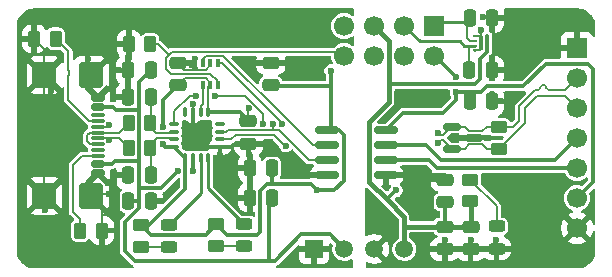
<source format=gbr>
%TF.GenerationSoftware,KiCad,Pcbnew,9.0.2*%
%TF.CreationDate,2025-07-27T21:59:33+02:00*%
%TF.ProjectId,USB-RS485_FT230,5553422d-5253-4343-9835-5f4654323330,rev?*%
%TF.SameCoordinates,Original*%
%TF.FileFunction,Copper,L1,Top*%
%TF.FilePolarity,Positive*%
%FSLAX46Y46*%
G04 Gerber Fmt 4.6, Leading zero omitted, Abs format (unit mm)*
G04 Created by KiCad (PCBNEW 9.0.2) date 2025-07-27 21:59:33*
%MOMM*%
%LPD*%
G01*
G04 APERTURE LIST*
G04 Aperture macros list*
%AMRoundRect*
0 Rectangle with rounded corners*
0 $1 Rounding radius*
0 $2 $3 $4 $5 $6 $7 $8 $9 X,Y pos of 4 corners*
0 Add a 4 corners polygon primitive as box body*
4,1,4,$2,$3,$4,$5,$6,$7,$8,$9,$2,$3,0*
0 Add four circle primitives for the rounded corners*
1,1,$1+$1,$2,$3*
1,1,$1+$1,$4,$5*
1,1,$1+$1,$6,$7*
1,1,$1+$1,$8,$9*
0 Add four rect primitives between the rounded corners*
20,1,$1+$1,$2,$3,$4,$5,0*
20,1,$1+$1,$4,$5,$6,$7,0*
20,1,$1+$1,$6,$7,$8,$9,0*
20,1,$1+$1,$8,$9,$2,$3,0*%
G04 Aperture macros list end*
%TA.AperFunction,SMDPad,CuDef*%
%ADD10RoundRect,0.150000X-0.587500X-0.150000X0.587500X-0.150000X0.587500X0.150000X-0.587500X0.150000X0*%
%TD*%
%TA.AperFunction,SMDPad,CuDef*%
%ADD11RoundRect,0.250000X0.450000X-0.262500X0.450000X0.262500X-0.450000X0.262500X-0.450000X-0.262500X0*%
%TD*%
%TA.AperFunction,SMDPad,CuDef*%
%ADD12RoundRect,0.250000X-0.250000X-0.475000X0.250000X-0.475000X0.250000X0.475000X-0.250000X0.475000X0*%
%TD*%
%TA.AperFunction,SMDPad,CuDef*%
%ADD13RoundRect,0.150000X-0.825000X-0.150000X0.825000X-0.150000X0.825000X0.150000X-0.825000X0.150000X0*%
%TD*%
%TA.AperFunction,SMDPad,CuDef*%
%ADD14RoundRect,0.250000X0.475000X-0.250000X0.475000X0.250000X-0.475000X0.250000X-0.475000X-0.250000X0*%
%TD*%
%TA.AperFunction,SMDPad,CuDef*%
%ADD15RoundRect,0.250000X0.262500X0.450000X-0.262500X0.450000X-0.262500X-0.450000X0.262500X-0.450000X0*%
%TD*%
%TA.AperFunction,SMDPad,CuDef*%
%ADD16RoundRect,0.243750X-0.456250X0.243750X-0.456250X-0.243750X0.456250X-0.243750X0.456250X0.243750X0*%
%TD*%
%TA.AperFunction,SMDPad,CuDef*%
%ADD17RoundRect,0.250000X0.250000X0.475000X-0.250000X0.475000X-0.250000X-0.475000X0.250000X-0.475000X0*%
%TD*%
%TA.AperFunction,ComponentPad*%
%ADD18R,1.700000X1.700000*%
%TD*%
%TA.AperFunction,ComponentPad*%
%ADD19C,1.700000*%
%TD*%
%TA.AperFunction,ComponentPad*%
%ADD20R,1.500000X1.500000*%
%TD*%
%TA.AperFunction,ComponentPad*%
%ADD21C,1.500000*%
%TD*%
%TA.AperFunction,SMDPad,CuDef*%
%ADD22RoundRect,0.243750X0.456250X-0.243750X0.456250X0.243750X-0.456250X0.243750X-0.456250X-0.243750X0*%
%TD*%
%TA.AperFunction,SMDPad,CuDef*%
%ADD23RoundRect,0.250000X-0.450000X0.262500X-0.450000X-0.262500X0.450000X-0.262500X0.450000X0.262500X0*%
%TD*%
%TA.AperFunction,SMDPad,CuDef*%
%ADD24RoundRect,0.250000X-0.262500X-0.450000X0.262500X-0.450000X0.262500X0.450000X-0.262500X0.450000X0*%
%TD*%
%TA.AperFunction,SMDPad,CuDef*%
%ADD25RoundRect,0.075000X-0.075000X0.350000X-0.075000X-0.350000X0.075000X-0.350000X0.075000X0.350000X0*%
%TD*%
%TA.AperFunction,SMDPad,CuDef*%
%ADD26RoundRect,0.075000X-0.350000X0.075000X-0.350000X-0.075000X0.350000X-0.075000X0.350000X0.075000X0*%
%TD*%
%TA.AperFunction,HeatsinkPad*%
%ADD27R,2.100000X2.100000*%
%TD*%
%TA.AperFunction,SMDPad,CuDef*%
%ADD28RoundRect,0.250000X-0.475000X0.250000X-0.475000X-0.250000X0.475000X-0.250000X0.475000X0.250000X0*%
%TD*%
%TA.AperFunction,SMDPad,CuDef*%
%ADD29RoundRect,0.100000X-0.100000X0.225000X-0.100000X-0.225000X0.100000X-0.225000X0.100000X0.225000X0*%
%TD*%
%TA.AperFunction,SMDPad,CuDef*%
%ADD30R,0.400000X0.230000*%
%TD*%
%TA.AperFunction,SMDPad,CuDef*%
%ADD31R,0.300000X1.300000*%
%TD*%
%TA.AperFunction,SMDPad,CuDef*%
%ADD32RoundRect,0.150000X-0.425000X0.150000X-0.425000X-0.150000X0.425000X-0.150000X0.425000X0.150000X0*%
%TD*%
%TA.AperFunction,SMDPad,CuDef*%
%ADD33RoundRect,0.075000X-0.500000X0.075000X-0.500000X-0.075000X0.500000X-0.075000X0.500000X0.075000X0*%
%TD*%
%TA.AperFunction,SMDPad,CuDef*%
%ADD34RoundRect,0.250000X-0.750000X0.840000X-0.750000X-0.840000X0.750000X-0.840000X0.750000X0.840000X0*%
%TD*%
%TA.AperFunction,ViaPad*%
%ADD35C,0.600000*%
%TD*%
%TA.AperFunction,Conductor*%
%ADD36C,0.200000*%
%TD*%
%TA.AperFunction,Conductor*%
%ADD37C,0.350000*%
%TD*%
%TA.AperFunction,Conductor*%
%ADD38C,0.250000*%
%TD*%
%TA.AperFunction,Conductor*%
%ADD39C,0.300000*%
%TD*%
%TA.AperFunction,Conductor*%
%ADD40C,0.400000*%
%TD*%
%TA.AperFunction,Conductor*%
%ADD41C,0.230000*%
%TD*%
G04 APERTURE END LIST*
D10*
%TO.P,D3,1,A1*%
%TO.N,/RS485_P*%
X162085000Y-92638909D03*
%TO.P,D3,2,A2*%
%TO.N,/RS485_N*%
X162085000Y-94538909D03*
%TO.P,D3,3,common*%
%TO.N,GND2*%
X163960000Y-93588909D03*
%TD*%
D11*
%TO.P,R7,1*%
%TO.N,/RS485_N*%
X166095000Y-94501409D03*
%TO.P,R7,2*%
%TO.N,/RS485_P*%
X166095000Y-92676409D03*
%TD*%
D12*
%TO.P,C4,1*%
%TO.N,+5V_USB*%
X134715000Y-98948909D03*
%TO.P,C4,2*%
%TO.N,GND1*%
X136615000Y-98948909D03*
%TD*%
D13*
%TO.P,U3,1,VDD1*%
%TO.N,VCCIO*%
X151570000Y-92943909D03*
%TO.P,U3,2,VOA*%
%TO.N,Net-(U3-VOA)*%
X151570000Y-94213909D03*
%TO.P,U3,3,VIB*%
%TO.N,Net-(U1-TXD)*%
X151570000Y-95483909D03*
%TO.P,U3,4,GND1*%
%TO.N,GND1*%
X151570000Y-96753909D03*
%TO.P,U3,5,GND2*%
%TO.N,GND2*%
X156520000Y-96753909D03*
%TO.P,U3,6,VOB*%
%TO.N,Net-(J3-Pin_5)*%
X156520000Y-95483909D03*
%TO.P,U3,7,VIA*%
%TO.N,Net-(J3-Pin_4)*%
X156520000Y-94213909D03*
%TO.P,U3,8,VDD2*%
%TO.N,+V_OUT*%
X156520000Y-92943909D03*
%TD*%
D14*
%TO.P,C12,1*%
%TO.N,+5V_ISO*%
X161535000Y-99018909D03*
%TO.P,C12,2*%
%TO.N,GND2*%
X161535000Y-97118909D03*
%TD*%
D15*
%TO.P,R1,1*%
%TO.N,Net-(U1-USBDM)*%
X136567500Y-94463909D03*
%TO.P,R1,2*%
%TO.N,Net-(J1-D--PadA7)*%
X134742500Y-94463909D03*
%TD*%
%TO.P,R4,1*%
%TO.N,GND1*%
X132467500Y-101438909D03*
%TO.P,R4,2*%
%TO.N,Net-(J1-CC2)*%
X130642500Y-101438909D03*
%TD*%
D12*
%TO.P,C9,1*%
%TO.N,GND1*%
X144975000Y-96148909D03*
%TO.P,C9,2*%
%TO.N,VCCIO*%
X146875000Y-96148909D03*
%TD*%
D16*
%TO.P,D1,1,K*%
%TO.N,Net-(D1-K)*%
X144515000Y-100911409D03*
%TO.P,D1,2,A*%
%TO.N,Net-(D1-A)*%
X144515000Y-102786409D03*
%TD*%
D15*
%TO.P,R2,1*%
%TO.N,Net-(U1-USBDP)*%
X136567500Y-92338909D03*
%TO.P,R2,2*%
%TO.N,Net-(J1-D+-PadA6)*%
X134742500Y-92338909D03*
%TD*%
D17*
%TO.P,C15,1*%
%TO.N,GND2*%
X165525000Y-83448909D03*
%TO.P,C15,2*%
%TO.N,+1.8V_ISO*%
X163625000Y-83448909D03*
%TD*%
D18*
%TO.P,J3,1,Pin_1*%
%TO.N,GND2*%
X172705000Y-85985909D03*
D19*
%TO.P,J3,2,Pin_2*%
%TO.N,/RS485_P*%
X172705000Y-88525909D03*
%TO.P,J3,3,Pin_3*%
%TO.N,/RS485_N*%
X172705000Y-91065909D03*
%TO.P,J3,4,Pin_4*%
%TO.N,Net-(J3-Pin_4)*%
X172705000Y-93605909D03*
%TO.P,J3,5,Pin_5*%
%TO.N,Net-(J3-Pin_5)*%
X172705000Y-96145909D03*
%TO.P,J3,6,Pin_6*%
%TO.N,+V_OUT*%
X172705000Y-98685909D03*
%TO.P,J3,7,Pin_7*%
%TO.N,GND2*%
X172705000Y-101225909D03*
%TD*%
D17*
%TO.P,C1,1*%
%TO.N,Net-(U1-USBDP)*%
X136595000Y-90108909D03*
%TO.P,C1,2*%
%TO.N,GND1*%
X134695000Y-90108909D03*
%TD*%
D14*
%TO.P,C5,1*%
%TO.N,VCCIO*%
X138885000Y-89158909D03*
%TO.P,C5,2*%
%TO.N,GND1*%
X138885000Y-87258909D03*
%TD*%
D20*
%TO.P,U4,1,-Vin*%
%TO.N,GND1*%
X150445000Y-103008909D03*
D21*
%TO.P,U4,2,+Vin*%
%TO.N,+5V_USB*%
X152985000Y-103008909D03*
%TO.P,U4,3,-Vout*%
%TO.N,GND2*%
X155525000Y-103008909D03*
%TO.P,U4,4,+Vout*%
%TO.N,+5V_ISO*%
X158065000Y-103008909D03*
%TD*%
D22*
%TO.P,D4,1,K*%
%TO.N,GND2*%
X165885000Y-102966409D03*
%TO.P,D4,2,A*%
%TO.N,Net-(D4-A)*%
X165885000Y-101091409D03*
%TD*%
D12*
%TO.P,C7,1*%
%TO.N,GND1*%
X144995000Y-98658909D03*
%TO.P,C7,2*%
%TO.N,+5V_USB*%
X146895000Y-98658909D03*
%TD*%
D23*
%TO.P,R6,1*%
%TO.N,VCCIO*%
X135755000Y-100966409D03*
%TO.P,R6,2*%
%TO.N,Net-(D2-A)*%
X135755000Y-102791409D03*
%TD*%
D24*
%TO.P,R3,1*%
%TO.N,GND1*%
X126742500Y-85198909D03*
%TO.P,R3,2*%
%TO.N,Net-(J1-CC1)*%
X128567500Y-85198909D03*
%TD*%
D17*
%TO.P,C3,1*%
%TO.N,Net-(U1-USBDM)*%
X136615000Y-96748909D03*
%TO.P,C3,2*%
%TO.N,GND1*%
X134715000Y-96748909D03*
%TD*%
D14*
%TO.P,C14,1*%
%TO.N,GND2*%
X161505000Y-103008909D03*
%TO.P,C14,2*%
%TO.N,+5V_ISO*%
X161505000Y-101108909D03*
%TD*%
D25*
%TO.P,U1,1,VCCIO*%
%TO.N,VCCIO*%
X141480000Y-91438909D03*
%TO.P,U1,2,RXD*%
%TO.N,Net-(U1-RXD)*%
X140830000Y-91438909D03*
%TO.P,U1,3,GND*%
%TO.N,GND1*%
X140180000Y-91438909D03*
%TO.P,U1,4,~{CTS}*%
%TO.N,unconnected-(U1-~{CTS}-Pad4)*%
X139530000Y-91438909D03*
D26*
%TO.P,U1,5,CBUS2*%
%TO.N,Net-(U1-CBUS2)*%
X138555000Y-92413909D03*
%TO.P,U1,6,USBDP*%
%TO.N,Net-(U1-USBDP)*%
X138555000Y-93063909D03*
%TO.P,U1,7,USBDM*%
%TO.N,Net-(U1-USBDM)*%
X138555000Y-93713909D03*
%TO.P,U1,8,3V3OUT*%
%TO.N,VCCIO*%
X138555000Y-94363909D03*
D25*
%TO.P,U1,9,~{RESET}*%
X139530000Y-95338909D03*
%TO.P,U1,10,VCC*%
%TO.N,+5V_USB*%
X140180000Y-95338909D03*
%TO.P,U1,11,CBUS1*%
%TO.N,Net-(D2-K)*%
X140830000Y-95338909D03*
%TO.P,U1,12,CBUS0*%
%TO.N,Net-(D1-K)*%
X141480000Y-95338909D03*
D26*
%TO.P,U1,13,GND*%
%TO.N,GND1*%
X142455000Y-94363909D03*
%TO.P,U1,14,CBUS3*%
%TO.N,Net-(U1-CBUS3)*%
X142455000Y-93713909D03*
%TO.P,U1,15,TXD*%
%TO.N,Net-(U1-TXD)*%
X142455000Y-93063909D03*
%TO.P,U1,16,~{RTS}*%
%TO.N,unconnected-(U1-~{RTS}-Pad16)*%
X142455000Y-92413909D03*
D27*
%TO.P,U1,17,GND*%
%TO.N,GND1*%
X140505000Y-93388909D03*
%TD*%
D28*
%TO.P,C8,1*%
%TO.N,GND1*%
X146785000Y-87258909D03*
%TO.P,C8,2*%
%TO.N,VCCIO*%
X146785000Y-89158909D03*
%TD*%
D17*
%TO.P,C16,1*%
%TO.N,GND2*%
X165495000Y-87868909D03*
%TO.P,C16,2*%
%TO.N,+3.3V_ISO*%
X163595000Y-87868909D03*
%TD*%
D28*
%TO.P,C6,1*%
%TO.N,VCCIO*%
X144885000Y-92198909D03*
%TO.P,C6,2*%
%TO.N,GND1*%
X144885000Y-94098909D03*
%TD*%
D29*
%TO.P,U2,1*%
%TO.N,Net-(U5-R)*%
X142315000Y-87238909D03*
%TO.P,U2,2,GND*%
%TO.N,GND1*%
X141665000Y-87238909D03*
%TO.P,U2,3*%
%TO.N,Net-(U3-VOA)*%
X141015000Y-87238909D03*
%TO.P,U2,4*%
%TO.N,Net-(U1-RXD)*%
X141015000Y-89138909D03*
%TO.P,U2,5,V+*%
%TO.N,VCCIO*%
X141665000Y-89138909D03*
%TO.P,U2,6*%
%TO.N,RS_ACT*%
X142315000Y-89138909D03*
%TD*%
D23*
%TO.P,R8,1*%
%TO.N,Net-(D4-A)*%
X163655000Y-97136409D03*
%TO.P,R8,2*%
%TO.N,+5V_ISO*%
X163655000Y-98961409D03*
%TD*%
D12*
%TO.P,C11,1*%
%TO.N,+V_OUT*%
X163610000Y-90512095D03*
%TO.P,C11,2*%
%TO.N,GND2*%
X165510000Y-90512095D03*
%TD*%
D18*
%TO.P,J2,1,Pin_1*%
%TO.N,+1.8V_ISO*%
X160605000Y-84128909D03*
D19*
%TO.P,J2,2,Pin_2*%
%TO.N,+V_OUT*%
X160605000Y-86668909D03*
%TO.P,J2,3,Pin_3*%
%TO.N,+3.3V_ISO*%
X158065000Y-84128909D03*
%TO.P,J2,4,Pin_4*%
%TO.N,+V_OUT*%
X158065000Y-86668909D03*
%TO.P,J2,5,Pin_5*%
%TO.N,+5V_ISO*%
X155525000Y-84128909D03*
%TO.P,J2,6,Pin_6*%
%TO.N,+V_OUT*%
X155525000Y-86668909D03*
%TO.P,J2,7,Pin_7*%
%TO.N,VCCIO*%
X152985000Y-84128909D03*
%TO.P,J2,8,Pin_8*%
%TO.N,RS_ACT*%
X152985000Y-86668909D03*
%TD*%
D14*
%TO.P,C13,1*%
%TO.N,GND2*%
X163685000Y-102998909D03*
%TO.P,C13,2*%
%TO.N,+5V_ISO*%
X163685000Y-101098909D03*
%TD*%
D12*
%TO.P,C2,1*%
%TO.N,GND1*%
X134695000Y-87888909D03*
%TO.P,C2,2*%
%TO.N,+5V_USB*%
X136595000Y-87888909D03*
%TD*%
D30*
%TO.P,U6,1,GND_1*%
%TO.N,GND2*%
X164045000Y-84993909D03*
%TO.P,U6,2,VOUT1*%
%TO.N,+1.8V_ISO*%
X164045000Y-85393909D03*
%TO.P,U6,3,VOUT2*%
%TO.N,+3.3V_ISO*%
X164045000Y-85793909D03*
%TO.P,U6,4,GND_2*%
%TO.N,GND2*%
X164045000Y-86193909D03*
%TO.P,U6,5,EN2*%
%TO.N,+5V_ISO*%
X165045000Y-86193909D03*
%TO.P,U6,6,VIN2*%
X165045000Y-85793909D03*
%TO.P,U6,7,VIN1*%
X165045000Y-85393909D03*
%TO.P,U6,8,EN1*%
X165045000Y-84993909D03*
D31*
%TO.P,U6,9,EP*%
%TO.N,GND2*%
X164545000Y-85593909D03*
%TD*%
D15*
%TO.P,R9,1*%
%TO.N,RS_ACT*%
X136567500Y-85668909D03*
%TO.P,R9,2*%
%TO.N,GND1*%
X134742500Y-85668909D03*
%TD*%
D32*
%TO.P,J1,A1,GND*%
%TO.N,GND1*%
X132110000Y-90188909D03*
%TO.P,J1,A4,VBUS*%
%TO.N,+5V_USB*%
X132110000Y-90988909D03*
D33*
%TO.P,J1,A5,CC1*%
%TO.N,Net-(J1-CC1)*%
X132110000Y-92138909D03*
%TO.P,J1,A6,D+*%
%TO.N,Net-(J1-D+-PadA6)*%
X132110000Y-93138909D03*
%TO.P,J1,A7,D-*%
%TO.N,Net-(J1-D--PadA7)*%
X132110000Y-93638909D03*
%TO.P,J1,A8,SBU1*%
%TO.N,unconnected-(J1-SBU1-PadA8)*%
X132110000Y-94638909D03*
D32*
%TO.P,J1,A9,VBUS*%
%TO.N,+5V_USB*%
X132110000Y-95788909D03*
%TO.P,J1,A12,GND*%
%TO.N,GND1*%
X132110000Y-96588909D03*
%TO.P,J1,B1,GND*%
X132110000Y-96588909D03*
%TO.P,J1,B4,VBUS*%
%TO.N,+5V_USB*%
X132110000Y-95788909D03*
D33*
%TO.P,J1,B5,CC2*%
%TO.N,Net-(J1-CC2)*%
X132110000Y-95138909D03*
%TO.P,J1,B6,D+*%
%TO.N,Net-(J1-D+-PadA6)*%
X132110000Y-94138909D03*
%TO.P,J1,B7,D-*%
%TO.N,Net-(J1-D--PadA7)*%
X132110000Y-92638909D03*
%TO.P,J1,B8,SBU2*%
%TO.N,unconnected-(J1-SBU2-PadB8)*%
X132110000Y-91638909D03*
D32*
%TO.P,J1,B9,VBUS*%
%TO.N,+5V_USB*%
X132110000Y-90988909D03*
%TO.P,J1,B12,GND*%
%TO.N,GND1*%
X132110000Y-90188909D03*
D34*
%TO.P,J1,S1,SHIELD*%
X131535000Y-88278909D03*
X127605000Y-88278909D03*
X131535000Y-98498909D03*
X127605000Y-98498909D03*
%TD*%
D16*
%TO.P,D2,1,K*%
%TO.N,Net-(D2-K)*%
X138145000Y-100941409D03*
%TO.P,D2,2,A*%
%TO.N,Net-(D2-A)*%
X138145000Y-102816409D03*
%TD*%
D23*
%TO.P,R5,1*%
%TO.N,VCCIO*%
X142155000Y-100926409D03*
%TO.P,R5,2*%
%TO.N,Net-(D1-A)*%
X142155000Y-102751409D03*
%TD*%
D35*
%TO.N,GND1*%
X144205000Y-98648909D03*
X127645000Y-99688909D03*
X131335000Y-86878909D03*
X140085000Y-87458909D03*
X133945000Y-85648909D03*
X133905000Y-90108909D03*
X148075000Y-96768909D03*
X133895000Y-96728909D03*
X140180000Y-90718264D03*
X128135000Y-89648909D03*
X133055000Y-98348909D03*
X133925000Y-87888909D03*
X142455000Y-95038909D03*
X147795000Y-87238909D03*
X144215000Y-96158909D03*
X137405000Y-98948909D03*
%TO.N,+5V_USB*%
X140180000Y-96408909D03*
X138895000Y-96408909D03*
%TO.N,GND2*%
X165495000Y-86848909D03*
X161495000Y-102208909D03*
X164532652Y-84488474D03*
X164715000Y-83318909D03*
X160015000Y-96748909D03*
X166300000Y-90500000D03*
X163685000Y-102218909D03*
X165875000Y-102198909D03*
X160105000Y-90418909D03*
X162945000Y-93598909D03*
%TO.N,VCCIO*%
X151855000Y-87928909D03*
X137625159Y-92638909D03*
X144901091Y-91082818D03*
X137625159Y-94128909D03*
X150705000Y-98018909D03*
%TO.N,/RS485_P*%
X160947169Y-93163909D03*
%TO.N,/RS485_N*%
X160947169Y-94013909D03*
%TO.N,+V_OUT*%
X162475000Y-89710000D03*
X162455000Y-88433909D03*
%TO.N,+5V_ISO*%
X157375000Y-98048909D03*
%TO.N,Net-(J1-D--PadA7)*%
X133084389Y-93738908D03*
X133084388Y-92538909D03*
%TO.N,Net-(U1-TXD)*%
X146945000Y-92398909D03*
%TO.N,Net-(U1-CBUS2)*%
X142030000Y-90031409D03*
X146155000Y-92388909D03*
X140455000Y-90020499D03*
%TO.N,Net-(U1-CBUS3)*%
X148051091Y-94262818D03*
%TO.N,Net-(U5-R)*%
X147725000Y-92388909D03*
%TD*%
D36*
%TO.N,GND1*%
X139441000Y-87814909D02*
X138885000Y-87258909D01*
X142455000Y-94363909D02*
X142455000Y-95038909D01*
X146785000Y-87258909D02*
X147775000Y-87258909D01*
X127605000Y-98248909D02*
X127605000Y-88028909D01*
X140180000Y-90718264D02*
X140180000Y-91438909D01*
X144995000Y-98658909D02*
X144215000Y-98658909D01*
X141665000Y-87413069D02*
X141263160Y-87814909D01*
X133965000Y-85668909D02*
X133945000Y-85648909D01*
X148090000Y-96753909D02*
X148075000Y-96768909D01*
X134715000Y-96748909D02*
X133915000Y-96748909D01*
X134695000Y-90108909D02*
X133905000Y-90108909D01*
X134742500Y-85668909D02*
X133965000Y-85668909D01*
X131635000Y-98348909D02*
X131535000Y-98248909D01*
X128135000Y-89648909D02*
X128135000Y-88558909D01*
X128135000Y-88558909D02*
X127605000Y-88028909D01*
X140180000Y-93063909D02*
X140505000Y-93388909D01*
X127605000Y-99648909D02*
X127645000Y-99688909D01*
X131535000Y-88278909D02*
X131535000Y-89363909D01*
X128135000Y-89018909D02*
X128135000Y-89648909D01*
X131335000Y-86878909D02*
X131318826Y-86895083D01*
X144215000Y-98658909D02*
X144205000Y-98648909D01*
X144225000Y-96148909D02*
X144215000Y-96158909D01*
X132110000Y-96588909D02*
X131535000Y-97163909D01*
X151570000Y-96753909D02*
X148090000Y-96753909D01*
X132467500Y-101438909D02*
X132467500Y-99181409D01*
X131318826Y-88062735D02*
X131535000Y-88278909D01*
X133055000Y-98263909D02*
X133055000Y-98348909D01*
X131318826Y-86895083D02*
X131318826Y-88062735D01*
X133915000Y-96748909D02*
X133895000Y-96728909D01*
X144975000Y-96148909D02*
X144225000Y-96148909D01*
X127605000Y-86061409D02*
X126742500Y-85198909D01*
X140180000Y-91438909D02*
X140180000Y-93063909D01*
X131535000Y-89363909D02*
X132110000Y-89938909D01*
X136615000Y-98948909D02*
X137405000Y-98948909D01*
X141665000Y-87238909D02*
X141665000Y-87413069D01*
X147775000Y-87258909D02*
X147795000Y-87238909D01*
X141263160Y-87814909D02*
X139441000Y-87814909D01*
X127605000Y-88028909D02*
X127605000Y-86061409D01*
X133055000Y-98348909D02*
X131635000Y-98348909D01*
X132110000Y-90188909D02*
X132190000Y-90108909D01*
X142455000Y-94363909D02*
X141480000Y-94363909D01*
X127605000Y-98248909D02*
X127605000Y-99648909D01*
X132467500Y-99181409D02*
X131535000Y-98248909D01*
X133925000Y-87888909D02*
X134695000Y-87888909D01*
X141480000Y-94363909D02*
X140505000Y-93388909D01*
X131535000Y-97163909D02*
X131535000Y-98248909D01*
D37*
%TO.N,+5V_USB*%
X133335000Y-95788909D02*
X132110000Y-95788909D01*
X146895000Y-98658909D02*
X146615000Y-98938909D01*
X138895000Y-96408909D02*
X138885000Y-96408909D01*
X134415000Y-100748909D02*
X134415000Y-103158909D01*
X135655000Y-88828909D02*
X136595000Y-87888909D01*
X135655000Y-91263909D02*
X135655000Y-95538909D01*
X146615000Y-98938909D02*
X146615000Y-103962909D01*
X135655000Y-97738909D02*
X135655000Y-96648909D01*
X147108000Y-104012909D02*
X149352000Y-101768909D01*
X135655000Y-96648909D02*
X135655000Y-95538909D01*
X137485000Y-97808909D02*
X135725000Y-97808909D01*
X146795000Y-104012909D02*
X147108000Y-104012909D01*
D38*
X132110000Y-90988909D02*
X132560908Y-90988909D01*
D37*
X135655000Y-91263909D02*
X135655000Y-88828909D01*
X135655000Y-95538909D02*
X135655000Y-97738909D01*
X135655000Y-97738909D02*
X135655000Y-98948909D01*
X134415000Y-103158909D02*
X135269000Y-104012909D01*
X135725000Y-97808909D02*
X135655000Y-97738909D01*
X135655000Y-95538909D02*
X133585000Y-95538909D01*
X133660000Y-91263909D02*
X135655000Y-91263909D01*
X138885000Y-96408909D02*
X137485000Y-97808909D01*
X135655000Y-99508909D02*
X134415000Y-100748909D01*
X135655000Y-98948909D02*
X135655000Y-99508909D01*
X133385000Y-90988909D02*
X133660000Y-91263909D01*
D39*
X140180000Y-95338909D02*
X140180000Y-96408909D01*
D37*
X151745000Y-101768909D02*
X152985000Y-103008909D01*
X134715000Y-98948909D02*
X135655000Y-98948909D01*
X135645000Y-96658909D02*
X135655000Y-96648909D01*
X133585000Y-95538909D02*
X133335000Y-95788909D01*
X132110000Y-90988909D02*
X133385000Y-90988909D01*
X135269000Y-104012909D02*
X146795000Y-104012909D01*
X149352000Y-101768909D02*
X151745000Y-101768909D01*
D36*
%TO.N,GND2*%
X164545000Y-86110909D02*
X164545000Y-85593909D01*
X164462000Y-86193909D02*
X164545000Y-86110909D01*
X165510000Y-90512095D02*
X166287905Y-90512095D01*
X162955000Y-93588909D02*
X162945000Y-93598909D01*
X161365000Y-90388909D02*
X160135000Y-90388909D01*
X161505000Y-102218909D02*
X161495000Y-102208909D01*
X165885000Y-102208909D02*
X165875000Y-102198909D01*
X163685000Y-102998909D02*
X163685000Y-102218909D01*
X165885000Y-102966409D02*
X165885000Y-102208909D01*
X164061000Y-86209909D02*
X164045000Y-86209909D01*
D37*
X156520000Y-96753909D02*
X160010000Y-96753909D01*
D36*
X160135000Y-90388909D02*
X160105000Y-90418909D01*
X161505000Y-103008909D02*
X161505000Y-102218909D01*
X164545000Y-85593909D02*
X164545000Y-84500822D01*
X164532652Y-84488474D02*
X164532652Y-84506257D01*
X164545000Y-84500822D02*
X164532652Y-84488474D01*
X164061000Y-84977909D02*
X164045000Y-84977909D01*
X166287905Y-90512095D02*
X166300000Y-90500000D01*
X163960000Y-93588909D02*
X162955000Y-93588909D01*
X164545000Y-85076909D02*
X164545000Y-85593909D01*
X165505000Y-83338909D02*
X164735000Y-83338909D01*
X165495000Y-87868909D02*
X165495000Y-86848909D01*
D37*
X161535000Y-96748909D02*
X160015000Y-96748909D01*
D36*
X164462000Y-84993909D02*
X164545000Y-85076909D01*
X164735000Y-83338909D02*
X164715000Y-83318909D01*
X164045000Y-86193909D02*
X164462000Y-86193909D01*
D37*
X160010000Y-96753909D02*
X160015000Y-96748909D01*
D36*
X164045000Y-84993909D02*
X164462000Y-84993909D01*
%TO.N,Net-(D1-A)*%
X142155000Y-102751409D02*
X144470000Y-102751409D01*
X144470000Y-102751409D02*
X144515000Y-102796409D01*
%TO.N,Net-(U1-USBDP)*%
X136567500Y-92661409D02*
X136567500Y-92338909D01*
X136567500Y-92201409D02*
X136630000Y-92138909D01*
X136567500Y-92338909D02*
X136567500Y-92201409D01*
X138555000Y-93063909D02*
X138430000Y-93188909D01*
X138430000Y-93188909D02*
X137095000Y-93188909D01*
X136595000Y-92311409D02*
X136567500Y-92338909D01*
X136595000Y-90108909D02*
X136595000Y-92311409D01*
X137095000Y-93188909D02*
X136567500Y-92661409D01*
%TO.N,Net-(D4-A)*%
X165885000Y-99366409D02*
X163655000Y-97136409D01*
X165885000Y-101091409D02*
X165885000Y-99366409D01*
%TO.N,Net-(U1-USBDM)*%
X136615000Y-96748909D02*
X136615000Y-94511409D01*
X138420000Y-93578909D02*
X137115000Y-93578909D01*
X138555000Y-93713909D02*
X138420000Y-93578909D01*
X137115000Y-93578909D02*
X136567500Y-94126409D01*
X136567500Y-94126409D02*
X136567500Y-94463909D01*
X136615000Y-94511409D02*
X136567500Y-94463909D01*
D37*
%TO.N,VCCIO*%
X151825000Y-89208909D02*
X151855000Y-89178909D01*
X152955000Y-93353910D02*
X152544999Y-92943909D01*
X152155000Y-98018909D02*
X152955000Y-97218909D01*
X151855000Y-89178909D02*
X151855000Y-92658909D01*
X137855159Y-94358909D02*
X138550000Y-94358909D01*
X139530000Y-95338909D02*
X138555000Y-94363909D01*
X137625159Y-92638909D02*
X137625159Y-90418750D01*
X150205000Y-97518909D02*
X150705000Y-98018909D01*
X151855000Y-87928909D02*
X151855000Y-89178909D01*
X150705000Y-98018909D02*
X152155000Y-98018909D01*
D36*
X141263160Y-88562909D02*
X139481000Y-88562909D01*
X141665000Y-89138909D02*
X141665000Y-88964749D01*
D37*
X152955000Y-97218909D02*
X152955000Y-93353910D01*
D36*
X141480000Y-91438909D02*
X141480000Y-89323909D01*
D37*
X138550000Y-94358909D02*
X138555000Y-94363909D01*
X137625159Y-94128909D02*
X137855159Y-94358909D01*
X141252500Y-101828909D02*
X136617500Y-101828909D01*
X136617500Y-101828909D02*
X135755000Y-100966409D01*
X146465000Y-97518909D02*
X146935000Y-97518909D01*
X151855000Y-92658909D02*
X151570000Y-92943909D01*
X152544999Y-92943909D02*
X151570000Y-92943909D01*
X146935000Y-97518909D02*
X150205000Y-97518909D01*
X144725000Y-92038909D02*
X144895000Y-92038909D01*
X139530000Y-95338909D02*
X139530000Y-97891409D01*
X145895000Y-101548909D02*
X145895000Y-98088909D01*
D36*
X139481000Y-88562909D02*
X138885000Y-89158909D01*
D37*
X146875000Y-96148909D02*
X146875000Y-97458909D01*
X145595000Y-101848909D02*
X145895000Y-101548909D01*
D36*
X146875000Y-97458909D02*
X146935000Y-97518909D01*
D37*
X145895000Y-98088909D02*
X146465000Y-97518909D01*
X142155000Y-100926409D02*
X141252500Y-101828909D01*
X146725000Y-89208909D02*
X151825000Y-89208909D01*
X137625159Y-90418750D02*
X138885000Y-89158909D01*
X139530000Y-97891409D02*
X136455000Y-100966409D01*
D36*
X141480000Y-89323909D02*
X141665000Y-89138909D01*
D37*
X144125000Y-91438909D02*
X144725000Y-92038909D01*
X142155000Y-100926409D02*
X143077500Y-101848909D01*
D36*
X144885000Y-91098909D02*
X144901091Y-91082818D01*
X141665000Y-88964749D02*
X141263160Y-88562909D01*
D37*
X141480000Y-91438909D02*
X144125000Y-91438909D01*
X136455000Y-100966409D02*
X135755000Y-100966409D01*
X143077500Y-101848909D02*
X145595000Y-101848909D01*
D36*
X144885000Y-92198909D02*
X144885000Y-91098909D01*
D38*
%TO.N,Net-(D1-K)*%
X141480000Y-97876409D02*
X144515000Y-100911409D01*
X141480000Y-95338909D02*
X141480000Y-97876409D01*
%TO.N,Net-(D2-K)*%
X140830000Y-98256409D02*
X138145000Y-100941409D01*
X140830000Y-95338909D02*
X140830000Y-98256409D01*
D36*
%TO.N,Net-(D2-A)*%
X135755000Y-102791409D02*
X138120000Y-102791409D01*
X138120000Y-102791409D02*
X138145000Y-102816409D01*
%TO.N,/RS485_P*%
X164683499Y-93037909D02*
X165044999Y-92676409D01*
X171660001Y-89570908D02*
X172705000Y-88525909D01*
X162085000Y-92638909D02*
X163191251Y-92638909D01*
X163191251Y-92638909D02*
X163590251Y-93037909D01*
X167810000Y-92150012D02*
X167810000Y-90905711D01*
X161147168Y-93363908D02*
X160947169Y-93163909D01*
X170784375Y-89570908D02*
X171660001Y-89570908D01*
X170313957Y-89570908D02*
X170415957Y-89570908D01*
X163590251Y-93037909D02*
X164683499Y-93037909D01*
X167283603Y-92676409D02*
X167810000Y-92150012D01*
X162085000Y-92638909D02*
X161360001Y-93363908D01*
X166095000Y-92676409D02*
X167283603Y-92676409D01*
X170415957Y-89570908D02*
X170784375Y-89570908D01*
X169803957Y-89110908D02*
X169905957Y-89110908D01*
X170109957Y-89314908D02*
X170109957Y-89366908D01*
X169599957Y-89366908D02*
X169599957Y-89314908D01*
X169144803Y-89570908D02*
X169395957Y-89570908D01*
X161360001Y-93363908D02*
X161147168Y-93363908D01*
X165044999Y-92676409D02*
X166095000Y-92676409D01*
X167810000Y-90905711D02*
X169144803Y-89570908D01*
X169395957Y-89570908D02*
G75*
G03*
X169600008Y-89366908I43J204008D01*
G01*
X169599957Y-89314908D02*
G75*
G02*
X169803957Y-89110857I204043J8D01*
G01*
X169905957Y-89110908D02*
G75*
G02*
X170109992Y-89314908I43J-203992D01*
G01*
X170109957Y-89366908D02*
G75*
G03*
X170313957Y-89570943I204043J8D01*
G01*
%TO.N,/RS485_N*%
X165044999Y-94501409D02*
X166095000Y-94501409D01*
X171660001Y-90020910D02*
X172705000Y-91065909D01*
X168260000Y-91092107D02*
X169331197Y-90020910D01*
X164683499Y-94139909D02*
X165044999Y-94501409D01*
X162085000Y-94538909D02*
X163191251Y-94538909D01*
X166095000Y-94501409D02*
X168260000Y-92336409D01*
X162085000Y-94538909D02*
X161360001Y-93813910D01*
X169331197Y-90020910D02*
X171660001Y-90020910D01*
X168260000Y-92336409D02*
X168260000Y-91092107D01*
X161147168Y-93813910D02*
X160947169Y-94013909D01*
X163590251Y-94139909D02*
X164683499Y-94139909D01*
X161360001Y-93813910D02*
X161147168Y-93813910D01*
X163191251Y-94538909D02*
X163590251Y-94139909D01*
D37*
%TO.N,+V_OUT*%
X164570000Y-89740000D02*
X165080000Y-89230000D01*
X162430000Y-88433909D02*
X160665000Y-86668909D01*
X162455000Y-88433909D02*
X162430000Y-88433909D01*
X157985000Y-91478909D02*
X161391091Y-91478909D01*
X174079000Y-87782909D02*
X174079000Y-97311909D01*
X174079000Y-97311909D02*
X172705000Y-98685909D01*
X162475000Y-89710000D02*
X162475000Y-90368909D01*
X160665000Y-86668909D02*
X160605000Y-86668909D01*
X168163909Y-89230000D02*
X170085000Y-87308909D01*
X173605000Y-87308909D02*
X174079000Y-87782909D01*
X163580000Y-89740000D02*
X164570000Y-89740000D01*
X162481091Y-89740000D02*
X163580000Y-89740000D01*
X170085000Y-87308909D02*
X173605000Y-87308909D01*
X163580000Y-89740000D02*
X163610000Y-89770000D01*
X162481091Y-90388909D02*
X162481091Y-89740000D01*
X161391091Y-91478909D02*
X162481091Y-90388909D01*
X163610000Y-89770000D02*
X163610000Y-90512095D01*
X165080000Y-89230000D02*
X168163909Y-89230000D01*
X156520000Y-92943909D02*
X157985000Y-91478909D01*
D40*
%TO.N,+5V_ISO*%
X158065000Y-101158909D02*
X158115000Y-101108909D01*
X156580000Y-98803909D02*
X155085000Y-97308909D01*
X156795000Y-90558909D02*
X156795000Y-87788909D01*
X158065000Y-100288909D02*
X156580000Y-98803909D01*
X163675000Y-101108909D02*
X163685000Y-101098909D01*
D37*
X157335000Y-98048909D02*
X156580000Y-98803909D01*
X165045000Y-85393909D02*
X165045000Y-85793909D01*
X165045000Y-85793909D02*
X165045000Y-86193909D01*
X161535000Y-99018909D02*
X161535000Y-101078909D01*
X164065000Y-89058909D02*
X164525000Y-88598909D01*
D40*
X156795000Y-85398909D02*
X155525000Y-84128909D01*
D37*
X165045000Y-86358909D02*
X165045000Y-86193909D01*
X157375000Y-98048909D02*
X157335000Y-98048909D01*
D40*
X158065000Y-103008909D02*
X158065000Y-100908909D01*
D37*
X165045000Y-84993909D02*
X165045000Y-85393909D01*
D40*
X163685000Y-98991409D02*
X163655000Y-98961409D01*
X156795000Y-87788909D02*
X156795000Y-85398909D01*
D37*
X164525000Y-86878909D02*
X165045000Y-86358909D01*
D40*
X163685000Y-101098909D02*
X163685000Y-98991409D01*
D37*
X156945000Y-89058909D02*
X164065000Y-89058909D01*
D40*
X155085000Y-97308909D02*
X155085000Y-92268909D01*
X161505000Y-101108909D02*
X163675000Y-101108909D01*
D36*
X161535000Y-101078909D02*
X161505000Y-101108909D01*
D40*
X158115000Y-101108909D02*
X161505000Y-101108909D01*
D37*
X164525000Y-88598909D02*
X164525000Y-86878909D01*
D40*
X158065000Y-100908909D02*
X158065000Y-100288909D01*
X155085000Y-92268909D02*
X156795000Y-90558909D01*
X158065000Y-100908909D02*
X158065000Y-101158909D01*
D37*
X156795000Y-88908909D02*
X156945000Y-89058909D01*
D36*
%TO.N,Net-(J1-D+-PadA6)*%
X131502590Y-94138909D02*
X131235000Y-93871319D01*
X131480000Y-93138909D02*
X132110000Y-93138909D01*
X132110000Y-93138909D02*
X133942500Y-93138909D01*
X131235000Y-93871319D02*
X131235000Y-93383909D01*
X131235000Y-93383909D02*
X131480000Y-93138909D01*
X133942500Y-93138909D02*
X134742500Y-92338909D01*
X132110000Y-94138909D02*
X131502590Y-94138909D01*
%TO.N,Net-(J1-CC1)*%
X131395000Y-92138909D02*
X132110000Y-92138909D01*
X129645000Y-88288141D02*
X129645000Y-90388909D01*
X128567500Y-85198909D02*
X129645000Y-86276409D01*
X129645000Y-90388909D02*
X131395000Y-92138909D01*
X129656000Y-87820677D02*
X129656000Y-88277141D01*
X129645000Y-86276409D02*
X129645000Y-87809677D01*
X129656000Y-88277141D02*
X129645000Y-88288141D01*
X129645000Y-87809677D02*
X129656000Y-87820677D01*
%TO.N,Net-(J1-D--PadA7)*%
X134742500Y-94463909D02*
X133917500Y-93638909D01*
X133917500Y-93638909D02*
X132110000Y-93638909D01*
X132110000Y-92638909D02*
X132984388Y-92638909D01*
X132984390Y-93638909D02*
X133084389Y-93738908D01*
X132984388Y-92638909D02*
X133084388Y-92538909D01*
X132110000Y-93638909D02*
X132984390Y-93638909D01*
%TO.N,Net-(J1-CC2)*%
X130055000Y-99898909D02*
X130055000Y-95848909D01*
X130055000Y-95848909D02*
X130765000Y-95138909D01*
X130765000Y-95138909D02*
X132110000Y-95138909D01*
X130642500Y-101198909D02*
X130642500Y-100486409D01*
X130642500Y-100486409D02*
X130055000Y-99898909D01*
D41*
%TO.N,+1.8V_ISO*%
X160975000Y-83758909D02*
X163185000Y-83758909D01*
X160605000Y-84128909D02*
X160975000Y-83758909D01*
X163605000Y-83338909D02*
X163605000Y-83798909D01*
D36*
X164045000Y-85393909D02*
X163628000Y-85393909D01*
X163365000Y-85130909D02*
X163365000Y-83578909D01*
X163365000Y-83578909D02*
X163605000Y-83338909D01*
X163628000Y-85393909D02*
X163365000Y-85130909D01*
D41*
X163185000Y-83758909D02*
X163605000Y-83338909D01*
D36*
%TO.N,+3.3V_ISO*%
X163595000Y-85823909D02*
X163625000Y-85793909D01*
D41*
X162785000Y-85428909D02*
X159365000Y-85428909D01*
X163150000Y-85793909D02*
X162785000Y-85428909D01*
X164045000Y-85793909D02*
X163625000Y-85793909D01*
X163625000Y-85793909D02*
X163150000Y-85793909D01*
X159365000Y-85428909D02*
X158065000Y-84128909D01*
D36*
X163595000Y-87868909D02*
X163595000Y-85823909D01*
%TO.N,Net-(U1-RXD)*%
X140825000Y-91433909D02*
X140825000Y-90908909D01*
X140830000Y-91438909D02*
X140825000Y-91433909D01*
X141005000Y-89148909D02*
X141015000Y-89138909D01*
X141005000Y-90728909D02*
X141005000Y-89148909D01*
X140825000Y-90908909D02*
X141005000Y-90728909D01*
%TO.N,Net-(U1-TXD)*%
X150050000Y-95483909D02*
X147505000Y-92938909D01*
X145574448Y-92949909D02*
X144195552Y-92949909D01*
X145585448Y-92938909D02*
X145574448Y-92949909D01*
X146955000Y-92408909D02*
X146945000Y-92398909D01*
X144195552Y-92949909D02*
X144184552Y-92938909D01*
X144184552Y-92938909D02*
X143115000Y-92938909D01*
X142990000Y-93063909D02*
X142455000Y-93063909D01*
X147505000Y-92938909D02*
X146955000Y-92938909D01*
X146955000Y-92938909D02*
X146955000Y-92408909D01*
X143115000Y-92938909D02*
X142990000Y-93063909D01*
X146955000Y-92938909D02*
X145585448Y-92938909D01*
X151570000Y-95483909D02*
X150050000Y-95483909D01*
%TO.N,Net-(U1-CBUS2)*%
X146155000Y-91558909D02*
X146155000Y-92388909D01*
X139893410Y-90020499D02*
X138555000Y-91358909D01*
X138555000Y-91358909D02*
X138555000Y-92413909D01*
X142032500Y-90028909D02*
X144625000Y-90028909D01*
X140455000Y-90020499D02*
X139893410Y-90020499D01*
X144625000Y-90028909D02*
X146155000Y-91558909D01*
X142030000Y-90031409D02*
X142032500Y-90028909D01*
%TO.N,Net-(U1-CBUS3)*%
X143806000Y-93347909D02*
X143440000Y-93713909D01*
X147064000Y-93347909D02*
X143806000Y-93347909D01*
X143440000Y-93713909D02*
X142455000Y-93713909D01*
X148051091Y-94262818D02*
X147978909Y-94262818D01*
X147978909Y-94262818D02*
X147064000Y-93347909D01*
%TO.N,RS_ACT*%
X138124776Y-86578685D02*
X137215000Y-85668909D01*
X142315000Y-89138909D02*
X142315000Y-88813910D01*
X138391552Y-86311909D02*
X152628000Y-86311909D01*
X137909000Y-86794461D02*
X138124776Y-86578685D01*
X152628000Y-86311909D02*
X152985000Y-86668909D01*
X142315000Y-88813910D02*
X141666999Y-88165909D01*
X141666999Y-88165909D02*
X138351552Y-88165909D01*
X137909000Y-87723357D02*
X137909000Y-86794461D01*
X138124776Y-86578685D02*
X138391552Y-86311909D01*
X138351552Y-88165909D02*
X137909000Y-87723357D01*
X137215000Y-85668909D02*
X136567500Y-85668909D01*
D37*
%TO.N,Net-(J3-Pin_4)*%
X170822000Y-95488909D02*
X172705000Y-93605909D01*
X159940000Y-94213909D02*
X161215000Y-95488909D01*
X161215000Y-95488909D02*
X170822000Y-95488909D01*
X156520000Y-94213909D02*
X159940000Y-94213909D01*
D36*
%TO.N,Net-(U3-VOA)*%
X141015000Y-86913910D02*
X141015000Y-87238909D01*
X148276000Y-92169909D02*
X148276000Y-92160677D01*
X148276000Y-92160677D02*
X147953232Y-91837909D01*
X147953232Y-91837909D02*
X147944000Y-91837909D01*
X150320000Y-94213909D02*
X148276000Y-92169909D01*
X141266001Y-86662909D02*
X141015000Y-86913910D01*
X151570000Y-94213909D02*
X150320000Y-94213909D01*
X142769000Y-86662909D02*
X141266001Y-86662909D01*
X147944000Y-91837909D02*
X142769000Y-86662909D01*
%TO.N,Net-(U5-R)*%
X142635000Y-87238909D02*
X142315000Y-87238909D01*
X147725000Y-92388909D02*
X147725000Y-92328909D01*
X147725000Y-92328909D02*
X142635000Y-87238909D01*
D37*
%TO.N,Net-(J3-Pin_5)*%
X160150000Y-95483909D02*
X160812000Y-96145909D01*
X160812000Y-96145909D02*
X172705000Y-96145909D01*
X156520000Y-95483909D02*
X160150000Y-95483909D01*
%TD*%
%TA.AperFunction,Conductor*%
%TO.N,GND1*%
G36*
X153794795Y-82659094D02*
G01*
X153840550Y-82711898D01*
X153851754Y-82764063D01*
X153851179Y-82873190D01*
X153849785Y-83137505D01*
X153849745Y-83145023D01*
X153849745Y-83145035D01*
X153849696Y-83154159D01*
X153829652Y-83221092D01*
X153776603Y-83266562D01*
X153707392Y-83276134D01*
X153652815Y-83253812D01*
X153561788Y-83187677D01*
X153407445Y-83109036D01*
X153242701Y-83055507D01*
X153242699Y-83055506D01*
X153242698Y-83055506D01*
X153111271Y-83034690D01*
X153071611Y-83028409D01*
X152898389Y-83028409D01*
X152858728Y-83034690D01*
X152727302Y-83055506D01*
X152562552Y-83109037D01*
X152408211Y-83187677D01*
X152362220Y-83221092D01*
X152268072Y-83289495D01*
X152268070Y-83289497D01*
X152268069Y-83289497D01*
X152145588Y-83411978D01*
X152145588Y-83411979D01*
X152145586Y-83411981D01*
X152101859Y-83472165D01*
X152043768Y-83552120D01*
X151965128Y-83706461D01*
X151911597Y-83871211D01*
X151904371Y-83916837D01*
X151884500Y-84042298D01*
X151884500Y-84215520D01*
X151911598Y-84386610D01*
X151965127Y-84551354D01*
X152043768Y-84705697D01*
X152145586Y-84845837D01*
X152268072Y-84968323D01*
X152408212Y-85070141D01*
X152562555Y-85148782D01*
X152727299Y-85202311D01*
X152898389Y-85229409D01*
X152898390Y-85229409D01*
X153071610Y-85229409D01*
X153071611Y-85229409D01*
X153242701Y-85202311D01*
X153407445Y-85148782D01*
X153561788Y-85070141D01*
X153642482Y-85011512D01*
X153708285Y-84988033D01*
X153776339Y-85003858D01*
X153825035Y-85053963D01*
X153839364Y-85112485D01*
X153836347Y-85684447D01*
X153816309Y-85751382D01*
X153763265Y-85796858D01*
X153694055Y-85806436D01*
X153639464Y-85784111D01*
X153561791Y-85727679D01*
X153561790Y-85727678D01*
X153561788Y-85727677D01*
X153407445Y-85649036D01*
X153242701Y-85595507D01*
X153242699Y-85595506D01*
X153242698Y-85595506D01*
X153111271Y-85574690D01*
X153071611Y-85568409D01*
X152898389Y-85568409D01*
X152858728Y-85574690D01*
X152727302Y-85595506D01*
X152562552Y-85649037D01*
X152408211Y-85727677D01*
X152328256Y-85785768D01*
X152268072Y-85829495D01*
X152268070Y-85829497D01*
X152268069Y-85829497D01*
X152172477Y-85925090D01*
X152111154Y-85958575D01*
X152084796Y-85961409D01*
X138345408Y-85961409D01*
X138256264Y-85985295D01*
X138256263Y-85985295D01*
X138256261Y-85985296D01*
X138256260Y-85985296D01*
X138193360Y-86021612D01*
X138125460Y-86038085D01*
X138059433Y-86015232D01*
X138043679Y-86001906D01*
X137430213Y-85388440D01*
X137430208Y-85388436D01*
X137392499Y-85366665D01*
X137344283Y-85316098D01*
X137330499Y-85259278D01*
X137330499Y-85171038D01*
X137330498Y-85171032D01*
X137330271Y-85168922D01*
X137324091Y-85111426D01*
X137308692Y-85070140D01*
X137273797Y-84976580D01*
X137273793Y-84976573D01*
X137187547Y-84861364D01*
X137187544Y-84861361D01*
X137072335Y-84775115D01*
X137072328Y-84775111D01*
X136937486Y-84724819D01*
X136937485Y-84724818D01*
X136937483Y-84724818D01*
X136877873Y-84718409D01*
X136877863Y-84718409D01*
X136257129Y-84718409D01*
X136257123Y-84718410D01*
X136197516Y-84724817D01*
X136062671Y-84775111D01*
X136062664Y-84775115D01*
X135947455Y-84861361D01*
X135901498Y-84922751D01*
X135845563Y-84964622D01*
X135775872Y-84969605D01*
X135714549Y-84936119D01*
X135693335Y-84905818D01*
X135693149Y-84905934D01*
X135691170Y-84902725D01*
X135689845Y-84900833D01*
X135689356Y-84899786D01*
X135597315Y-84750563D01*
X135473345Y-84626593D01*
X135324124Y-84534552D01*
X135324119Y-84534550D01*
X135157697Y-84479403D01*
X135157690Y-84479402D01*
X135054986Y-84468909D01*
X134992500Y-84468909D01*
X134992500Y-86900047D01*
X134972815Y-86967086D01*
X134956181Y-86987728D01*
X134945000Y-86998909D01*
X134945000Y-89984909D01*
X134925315Y-90051948D01*
X134872511Y-90097703D01*
X134821000Y-90108909D01*
X134695000Y-90108909D01*
X134695000Y-90234909D01*
X134675315Y-90301948D01*
X134622511Y-90347703D01*
X134571000Y-90358909D01*
X133695001Y-90358909D01*
X133695001Y-90469863D01*
X133675316Y-90536902D01*
X133622512Y-90582657D01*
X133553354Y-90592601D01*
X133538908Y-90589638D01*
X133469344Y-90570999D01*
X133441018Y-90563409D01*
X133441017Y-90563409D01*
X133306640Y-90563409D01*
X133239601Y-90543724D01*
X133193846Y-90490920D01*
X133183022Y-90429679D01*
X133184999Y-90404553D01*
X133185000Y-90404543D01*
X133185000Y-89973274D01*
X133184999Y-89973259D01*
X133182100Y-89936419D01*
X133182099Y-89936413D01*
X133136283Y-89778715D01*
X133136282Y-89778712D01*
X133056555Y-89643899D01*
X133056553Y-89643897D01*
X133052682Y-89637353D01*
X133052681Y-89637351D01*
X133033895Y-89618565D01*
X133033894Y-89618565D01*
X132286776Y-90365684D01*
X132286775Y-90365685D01*
X132250368Y-90402091D01*
X132189044Y-90435576D01*
X132162688Y-90438409D01*
X131806309Y-90438409D01*
X131739270Y-90418724D01*
X131693515Y-90365920D01*
X131683571Y-90296762D01*
X131712596Y-90233206D01*
X131718629Y-90226727D01*
X131756448Y-90188909D01*
X131090905Y-89523366D01*
X131057420Y-89462043D01*
X131062404Y-89392351D01*
X131090905Y-89348004D01*
X131269095Y-89169814D01*
X131330418Y-89136329D01*
X131400110Y-89141313D01*
X131444457Y-89169814D01*
X132110000Y-89835357D01*
X132361435Y-89583922D01*
X133695000Y-89583922D01*
X133695000Y-89858909D01*
X134445000Y-89858909D01*
X134445000Y-88138909D01*
X133695001Y-88138909D01*
X133695001Y-88413895D01*
X133705494Y-88516606D01*
X133760641Y-88683028D01*
X133760643Y-88683033D01*
X133852684Y-88832254D01*
X133931658Y-88911228D01*
X133965143Y-88972551D01*
X133960159Y-89042243D01*
X133931658Y-89086590D01*
X133852684Y-89165563D01*
X133760643Y-89314784D01*
X133760641Y-89314789D01*
X133705494Y-89481211D01*
X133705493Y-89481218D01*
X133695000Y-89583922D01*
X132361435Y-89583922D01*
X132775543Y-89169814D01*
X132836866Y-89136329D01*
X132906558Y-89141313D01*
X132950905Y-89169814D01*
X133027118Y-89246027D01*
X133034999Y-89168895D01*
X133034999Y-87388937D01*
X133034998Y-87388921D01*
X133033410Y-87373375D01*
X133032444Y-87363922D01*
X133695000Y-87363922D01*
X133695000Y-87638909D01*
X134445000Y-87638909D01*
X134445000Y-86632771D01*
X134464685Y-86565732D01*
X134481319Y-86545090D01*
X134492500Y-86533909D01*
X134492500Y-85918909D01*
X133730001Y-85918909D01*
X133730001Y-86168895D01*
X133740494Y-86271606D01*
X133795641Y-86438028D01*
X133795643Y-86438033D01*
X133887684Y-86587254D01*
X133961657Y-86661227D01*
X133995142Y-86722550D01*
X133990158Y-86792242D01*
X133961658Y-86836588D01*
X133852684Y-86945563D01*
X133760643Y-87094784D01*
X133760641Y-87094789D01*
X133705494Y-87261211D01*
X133705493Y-87261218D01*
X133695000Y-87363922D01*
X133032444Y-87363922D01*
X133024505Y-87286211D01*
X132988849Y-87178609D01*
X131799456Y-88368003D01*
X131738133Y-88401488D01*
X131668441Y-88396504D01*
X131624094Y-88368003D01*
X131445905Y-88189814D01*
X131412420Y-88128491D01*
X131417404Y-88058799D01*
X131445905Y-88014452D01*
X132667012Y-86793344D01*
X132667012Y-86793343D01*
X132604126Y-86754553D01*
X132604119Y-86754550D01*
X132437697Y-86699403D01*
X132437690Y-86699402D01*
X132334980Y-86688909D01*
X130735028Y-86688909D01*
X130735012Y-86688910D01*
X130632302Y-86699403D01*
X130465880Y-86754550D01*
X130465875Y-86754552D01*
X130316654Y-86846593D01*
X130207181Y-86956067D01*
X130145858Y-86989552D01*
X130076166Y-86984568D01*
X130020233Y-86942696D01*
X129995816Y-86877232D01*
X129995500Y-86868386D01*
X129995500Y-86230267D01*
X129995500Y-86230265D01*
X129971614Y-86141121D01*
X129925470Y-86061197D01*
X129366818Y-85502545D01*
X129352114Y-85475617D01*
X129335522Y-85449799D01*
X129334630Y-85443598D01*
X129333333Y-85441222D01*
X129330499Y-85414864D01*
X129330499Y-85168922D01*
X133730000Y-85168922D01*
X133730000Y-85418909D01*
X134492500Y-85418909D01*
X134492500Y-84468909D01*
X134492499Y-84468908D01*
X134430028Y-84468909D01*
X134430011Y-84468910D01*
X134327302Y-84479403D01*
X134160880Y-84534550D01*
X134160875Y-84534552D01*
X134011654Y-84626593D01*
X133887684Y-84750563D01*
X133795643Y-84899784D01*
X133795641Y-84899789D01*
X133740494Y-85066211D01*
X133740493Y-85066218D01*
X133730000Y-85168922D01*
X129330499Y-85168922D01*
X129330499Y-84701038D01*
X129330498Y-84701032D01*
X129330271Y-84698922D01*
X129324091Y-84641426D01*
X129290496Y-84551354D01*
X129273797Y-84506580D01*
X129273793Y-84506573D01*
X129187547Y-84391364D01*
X129187544Y-84391361D01*
X129072335Y-84305115D01*
X129072328Y-84305111D01*
X128937486Y-84254819D01*
X128937485Y-84254818D01*
X128937483Y-84254818D01*
X128877873Y-84248409D01*
X128877863Y-84248409D01*
X128257129Y-84248409D01*
X128257123Y-84248410D01*
X128197516Y-84254817D01*
X128062671Y-84305111D01*
X128062664Y-84305115D01*
X127947455Y-84391361D01*
X127901498Y-84452751D01*
X127845563Y-84494622D01*
X127775872Y-84499605D01*
X127714549Y-84466119D01*
X127693335Y-84435818D01*
X127693149Y-84435934D01*
X127691170Y-84432725D01*
X127689845Y-84430833D01*
X127689356Y-84429786D01*
X127597315Y-84280563D01*
X127473345Y-84156593D01*
X127324124Y-84064552D01*
X127324119Y-84064550D01*
X127157697Y-84009403D01*
X127157690Y-84009402D01*
X127054986Y-83998909D01*
X126992500Y-83998909D01*
X126992500Y-86398908D01*
X127054972Y-86398908D01*
X127054986Y-86398907D01*
X127157697Y-86388414D01*
X127324119Y-86333267D01*
X127324124Y-86333265D01*
X127473345Y-86241224D01*
X127597315Y-86117254D01*
X127689354Y-85968035D01*
X127689842Y-85966990D01*
X127690368Y-85966391D01*
X127693149Y-85961884D01*
X127693918Y-85962358D01*
X127736007Y-85914544D01*
X127803198Y-85895382D01*
X127870082Y-85915588D01*
X127901498Y-85945066D01*
X127947455Y-86006456D01*
X128062664Y-86092702D01*
X128062671Y-86092706D01*
X128107618Y-86109470D01*
X128197517Y-86143000D01*
X128257127Y-86149409D01*
X128877872Y-86149408D01*
X128937483Y-86143000D01*
X128937482Y-86143000D01*
X128945196Y-86142171D01*
X128945451Y-86144551D01*
X129003367Y-86147644D01*
X129049817Y-86176908D01*
X129258181Y-86385272D01*
X129291666Y-86446595D01*
X129294500Y-86472953D01*
X129294500Y-87121330D01*
X129274815Y-87188369D01*
X129222011Y-87234124D01*
X129152853Y-87244068D01*
X129089297Y-87215043D01*
X129066141Y-87180338D01*
X129058849Y-87178609D01*
X127958552Y-88278908D01*
X127958552Y-88278909D01*
X129058849Y-89379207D01*
X129066741Y-89377336D01*
X129092566Y-89340037D01*
X129157082Y-89313214D01*
X129225858Y-89325529D01*
X129277058Y-89373072D01*
X129294500Y-89436486D01*
X129294500Y-90435053D01*
X129305142Y-90474770D01*
X129318384Y-90524194D01*
X129318385Y-90524195D01*
X129364527Y-90604117D01*
X129364529Y-90604120D01*
X129364530Y-90604121D01*
X131179788Y-92419379D01*
X131222499Y-92444038D01*
X131230202Y-92452116D01*
X131240422Y-92456617D01*
X131253885Y-92476953D01*
X131270715Y-92494603D01*
X131273833Y-92507085D01*
X131278991Y-92514876D01*
X131283876Y-92547289D01*
X131284489Y-92549740D01*
X131284500Y-92550557D01*
X131284501Y-92752047D01*
X131287554Y-92775242D01*
X131287653Y-92782516D01*
X131280143Y-92809439D01*
X131275836Y-92837054D01*
X131270208Y-92845056D01*
X131268881Y-92849816D01*
X131263478Y-92854627D01*
X131251345Y-92871882D01*
X130954531Y-93168695D01*
X130954527Y-93168700D01*
X130914282Y-93238408D01*
X130914282Y-93238409D01*
X130908386Y-93248619D01*
X130899174Y-93283000D01*
X130884500Y-93337765D01*
X130884500Y-93917463D01*
X130903778Y-93989409D01*
X130908386Y-94006607D01*
X130948983Y-94076924D01*
X130954531Y-94086532D01*
X131222121Y-94354121D01*
X131253972Y-94385972D01*
X131287457Y-94447295D01*
X131289230Y-94489837D01*
X131284835Y-94523223D01*
X131284500Y-94525770D01*
X131284500Y-94627090D01*
X131284501Y-94664408D01*
X131264817Y-94731448D01*
X131212013Y-94777203D01*
X131160501Y-94788409D01*
X130718856Y-94788409D01*
X130629712Y-94812295D01*
X130629709Y-94812296D01*
X130549791Y-94858436D01*
X130549786Y-94858440D01*
X129774531Y-95633695D01*
X129774530Y-95633697D01*
X129736758Y-95699121D01*
X129728386Y-95713621D01*
X129704500Y-95802765D01*
X129704500Y-99945053D01*
X129728255Y-100033706D01*
X129728386Y-100034196D01*
X129728387Y-100034199D01*
X129774527Y-100114117D01*
X129774531Y-100114122D01*
X130075284Y-100414875D01*
X130108769Y-100476198D01*
X130103785Y-100545890D01*
X130061915Y-100601822D01*
X130022452Y-100631364D01*
X129936206Y-100746573D01*
X129936202Y-100746580D01*
X129885908Y-100881426D01*
X129879501Y-100941025D01*
X129879500Y-100941044D01*
X129879500Y-101936779D01*
X129879501Y-101936785D01*
X129885908Y-101996392D01*
X129936202Y-102131237D01*
X129936206Y-102131244D01*
X130022452Y-102246453D01*
X130022455Y-102246456D01*
X130137664Y-102332702D01*
X130137671Y-102332706D01*
X130162826Y-102342088D01*
X130272517Y-102383000D01*
X130332127Y-102389409D01*
X130952872Y-102389408D01*
X131012483Y-102383000D01*
X131147331Y-102332705D01*
X131262546Y-102246455D01*
X131308502Y-102185065D01*
X131364434Y-102143196D01*
X131434125Y-102138212D01*
X131495448Y-102171697D01*
X131516665Y-102201998D01*
X131516851Y-102201884D01*
X131518819Y-102205075D01*
X131520151Y-102206977D01*
X131520642Y-102208030D01*
X131612684Y-102357254D01*
X131736654Y-102481224D01*
X131885875Y-102573265D01*
X131885880Y-102573267D01*
X132052302Y-102628414D01*
X132052309Y-102628415D01*
X132155019Y-102638908D01*
X132717500Y-102638908D01*
X132779972Y-102638908D01*
X132779986Y-102638907D01*
X132882697Y-102628414D01*
X133049119Y-102573267D01*
X133049124Y-102573265D01*
X133198345Y-102481224D01*
X133322315Y-102357254D01*
X133414356Y-102208033D01*
X133414358Y-102208028D01*
X133469505Y-102041606D01*
X133469506Y-102041599D01*
X133479999Y-101938895D01*
X133480000Y-101938882D01*
X133480000Y-101688909D01*
X132717500Y-101688909D01*
X132717500Y-102638908D01*
X132155019Y-102638908D01*
X132217499Y-102638907D01*
X132217500Y-102638907D01*
X132217500Y-101562909D01*
X132237185Y-101495870D01*
X132289989Y-101450115D01*
X132341500Y-101438909D01*
X132467500Y-101438909D01*
X132467500Y-101312909D01*
X132487185Y-101245870D01*
X132539989Y-101200115D01*
X132591500Y-101188909D01*
X133479999Y-101188909D01*
X133479999Y-100938937D01*
X133479998Y-100938922D01*
X133469505Y-100836211D01*
X133414358Y-100669789D01*
X133414356Y-100669784D01*
X133322315Y-100520563D01*
X133198345Y-100396593D01*
X133049124Y-100304552D01*
X133049119Y-100304550D01*
X132970849Y-100278614D01*
X132971070Y-100277945D01*
X132970258Y-100277899D01*
X132970104Y-100278367D01*
X132968369Y-100277792D01*
X132967977Y-100277770D01*
X132967247Y-100277420D01*
X132882697Y-100249403D01*
X132779986Y-100238909D01*
X132691747Y-100238909D01*
X132624708Y-100219224D01*
X132578953Y-100166420D01*
X132569009Y-100097262D01*
X132598034Y-100033706D01*
X132626649Y-100009371D01*
X132667012Y-99984473D01*
X132667013Y-99984473D01*
X131445905Y-98763365D01*
X131412420Y-98702042D01*
X131417404Y-98632350D01*
X131445905Y-98588003D01*
X131624094Y-98409814D01*
X131685417Y-98376329D01*
X131755109Y-98381313D01*
X131799456Y-98409814D01*
X132988849Y-99599207D01*
X133024505Y-99491606D01*
X133024506Y-99491599D01*
X133034999Y-99388895D01*
X133034999Y-97608936D01*
X133034998Y-97608923D01*
X133027117Y-97531790D01*
X133027117Y-97531789D01*
X132950904Y-97608003D01*
X132889581Y-97641488D01*
X132819889Y-97636504D01*
X132775542Y-97608003D01*
X132110000Y-96942461D01*
X131444457Y-97608004D01*
X131383134Y-97641489D01*
X131313442Y-97636505D01*
X131269095Y-97608004D01*
X131090905Y-97429814D01*
X131057420Y-97368491D01*
X131062404Y-97298799D01*
X131090905Y-97254452D01*
X131756448Y-96588909D01*
X131718628Y-96551089D01*
X131685143Y-96489766D01*
X131690127Y-96420074D01*
X131731999Y-96364141D01*
X131797463Y-96339724D01*
X131806285Y-96339408D01*
X132162690Y-96339408D01*
X132229728Y-96359093D01*
X132250370Y-96375727D01*
X133033895Y-97159252D01*
X133052678Y-97140470D01*
X133052683Y-97140463D01*
X133136282Y-96999105D01*
X133136283Y-96999102D01*
X133182099Y-96841404D01*
X133182100Y-96841398D01*
X133184999Y-96804558D01*
X133185000Y-96804543D01*
X133185000Y-96373274D01*
X133184999Y-96373264D01*
X133183022Y-96348139D01*
X133197386Y-96279762D01*
X133246437Y-96230004D01*
X133306640Y-96214409D01*
X133391016Y-96214409D01*
X133391018Y-96214409D01*
X133499237Y-96185412D01*
X133529001Y-96168227D01*
X133596899Y-96151755D01*
X133662926Y-96174607D01*
X133706117Y-96229528D01*
X133715000Y-96275615D01*
X133715000Y-96498909D01*
X134591000Y-96498909D01*
X134658039Y-96518594D01*
X134703794Y-96571398D01*
X134715000Y-96622909D01*
X134715000Y-96874909D01*
X134695315Y-96941948D01*
X134642511Y-96987703D01*
X134591000Y-96998909D01*
X133715001Y-96998909D01*
X133715001Y-97273895D01*
X133725494Y-97376606D01*
X133780641Y-97543028D01*
X133780643Y-97543033D01*
X133872684Y-97692254D01*
X133996654Y-97816224D01*
X134122170Y-97893643D01*
X134168894Y-97945591D01*
X134180117Y-98014554D01*
X134152273Y-98078636D01*
X134131385Y-98098448D01*
X134107452Y-98116364D01*
X134021206Y-98231573D01*
X134021202Y-98231580D01*
X133970908Y-98366426D01*
X133964501Y-98426025D01*
X133964500Y-98426044D01*
X133964500Y-99471779D01*
X133964501Y-99471785D01*
X133970908Y-99531392D01*
X134021202Y-99666237D01*
X134021206Y-99666244D01*
X134107452Y-99781453D01*
X134107455Y-99781456D01*
X134222664Y-99867702D01*
X134222671Y-99867706D01*
X134357513Y-99917999D01*
X134357514Y-99917999D01*
X134357517Y-99918000D01*
X134358641Y-99918120D01*
X134359456Y-99918458D01*
X134365062Y-99919783D01*
X134364847Y-99920691D01*
X134423191Y-99944856D01*
X134463041Y-100002247D01*
X134465537Y-100072072D01*
X134433069Y-100129091D01*
X134153737Y-100408424D01*
X134074517Y-100487643D01*
X134074513Y-100487649D01*
X134018498Y-100584669D01*
X134018497Y-100584672D01*
X133989500Y-100692891D01*
X133989500Y-103102891D01*
X133989500Y-103214927D01*
X134018497Y-103323146D01*
X134074515Y-103420172D01*
X134928513Y-104274169D01*
X134928515Y-104274172D01*
X135007737Y-104353394D01*
X135068385Y-104388409D01*
X135100624Y-104407022D01*
X135148839Y-104457590D01*
X135162061Y-104526197D01*
X135136093Y-104591062D01*
X135079178Y-104631589D01*
X135038623Y-104638409D01*
X126759428Y-104638409D01*
X126750582Y-104638093D01*
X126550442Y-104623778D01*
X126532931Y-104621260D01*
X126341211Y-104579555D01*
X126324238Y-104574572D01*
X126247105Y-104545803D01*
X126140385Y-104505998D01*
X126124299Y-104498652D01*
X125952085Y-104404616D01*
X125937210Y-104395057D01*
X125780132Y-104277469D01*
X125766762Y-104265884D01*
X125628019Y-104127142D01*
X125616433Y-104113770D01*
X125498848Y-103956695D01*
X125489283Y-103941812D01*
X125457812Y-103884177D01*
X125395247Y-103769600D01*
X125387906Y-103753526D01*
X125319328Y-103569665D01*
X125314348Y-103552701D01*
X125299145Y-103482816D01*
X125272639Y-103360969D01*
X125270122Y-103343463D01*
X125266744Y-103296240D01*
X125257789Y-103171035D01*
X125255816Y-103143448D01*
X125255500Y-103134602D01*
X125255500Y-99984472D01*
X126472986Y-99984472D01*
X126472986Y-99984474D01*
X126535873Y-100023264D01*
X126535879Y-100023267D01*
X126702302Y-100078414D01*
X126702309Y-100078415D01*
X126805019Y-100088908D01*
X128404971Y-100088908D01*
X128404987Y-100088907D01*
X128507697Y-100078414D01*
X128674120Y-100023267D01*
X128737012Y-99984473D01*
X128737013Y-99984473D01*
X127605000Y-98852461D01*
X126472986Y-99984472D01*
X125255500Y-99984472D01*
X125255500Y-97608922D01*
X126105000Y-97608922D01*
X126105000Y-99388880D01*
X126105001Y-99388896D01*
X126115494Y-99491605D01*
X126115495Y-99491611D01*
X126151148Y-99599207D01*
X126151149Y-99599207D01*
X127251448Y-98498909D01*
X127251448Y-98498908D01*
X127958552Y-98498908D01*
X127958552Y-98498909D01*
X129058849Y-99599207D01*
X129094505Y-99491606D01*
X129094506Y-99491599D01*
X129104999Y-99388895D01*
X129104999Y-97608937D01*
X129104998Y-97608921D01*
X129094505Y-97506211D01*
X129058849Y-97398609D01*
X127958552Y-98498908D01*
X127251448Y-98498908D01*
X126151149Y-97398609D01*
X126151148Y-97398609D01*
X126115494Y-97506209D01*
X126105000Y-97608922D01*
X125255500Y-97608922D01*
X125255500Y-97013343D01*
X126472986Y-97013343D01*
X127605000Y-98145357D01*
X127605001Y-98145357D01*
X128737012Y-97013344D01*
X128737012Y-97013343D01*
X128674126Y-96974553D01*
X128674119Y-96974550D01*
X128507697Y-96919403D01*
X128507690Y-96919402D01*
X128404980Y-96908909D01*
X126805028Y-96908909D01*
X126805012Y-96908910D01*
X126702302Y-96919403D01*
X126535880Y-96974550D01*
X126535875Y-96974552D01*
X126472986Y-97013343D01*
X125255500Y-97013343D01*
X125255500Y-89764472D01*
X126472986Y-89764472D01*
X126472986Y-89764474D01*
X126535873Y-89803264D01*
X126535879Y-89803267D01*
X126702302Y-89858414D01*
X126702309Y-89858415D01*
X126805019Y-89868908D01*
X128404971Y-89868908D01*
X128404987Y-89868907D01*
X128507697Y-89858414D01*
X128674120Y-89803267D01*
X128737012Y-89764473D01*
X128737013Y-89764473D01*
X127605000Y-88632461D01*
X126472986Y-89764472D01*
X125255500Y-89764472D01*
X125255500Y-87388922D01*
X126105000Y-87388922D01*
X126105000Y-89168880D01*
X126105001Y-89168896D01*
X126115494Y-89271605D01*
X126115495Y-89271611D01*
X126151148Y-89379207D01*
X126151149Y-89379207D01*
X127251448Y-88278909D01*
X127251448Y-88278908D01*
X126151149Y-87178609D01*
X126151148Y-87178609D01*
X126115494Y-87286209D01*
X126105000Y-87388922D01*
X125255500Y-87388922D01*
X125255500Y-86793343D01*
X126472986Y-86793343D01*
X127605000Y-87925357D01*
X127605001Y-87925357D01*
X128737012Y-86793344D01*
X128737012Y-86793343D01*
X128674126Y-86754553D01*
X128674119Y-86754550D01*
X128507697Y-86699403D01*
X128507690Y-86699402D01*
X128404980Y-86688909D01*
X126805028Y-86688909D01*
X126805012Y-86688910D01*
X126702302Y-86699403D01*
X126535880Y-86754550D01*
X126535875Y-86754552D01*
X126472986Y-86793343D01*
X125255500Y-86793343D01*
X125255500Y-85698895D01*
X125730001Y-85698895D01*
X125740494Y-85801606D01*
X125795641Y-85968028D01*
X125795643Y-85968033D01*
X125887684Y-86117254D01*
X126011654Y-86241224D01*
X126160875Y-86333265D01*
X126160880Y-86333267D01*
X126327302Y-86388414D01*
X126327309Y-86388415D01*
X126430019Y-86398908D01*
X126492499Y-86398907D01*
X126492500Y-86398907D01*
X126492500Y-85448909D01*
X125730001Y-85448909D01*
X125730001Y-85698895D01*
X125255500Y-85698895D01*
X125255500Y-84698922D01*
X125730000Y-84698922D01*
X125730000Y-84948909D01*
X126492500Y-84948909D01*
X126492500Y-83998909D01*
X126492499Y-83998908D01*
X126430028Y-83998909D01*
X126430011Y-83998910D01*
X126327302Y-84009403D01*
X126160880Y-84064550D01*
X126160875Y-84064552D01*
X126011654Y-84156593D01*
X125887684Y-84280563D01*
X125795643Y-84429784D01*
X125795641Y-84429789D01*
X125740494Y-84596211D01*
X125740493Y-84596218D01*
X125730000Y-84698922D01*
X125255500Y-84698922D01*
X125255500Y-84143334D01*
X125255816Y-84134489D01*
X125270129Y-83934350D01*
X125272645Y-83916844D01*
X125314355Y-83725105D01*
X125319334Y-83708147D01*
X125387909Y-83524289D01*
X125395248Y-83508219D01*
X125489299Y-83335976D01*
X125498843Y-83321125D01*
X125616441Y-83164031D01*
X125628015Y-83150674D01*
X125766767Y-83011922D01*
X125780131Y-83000343D01*
X125937210Y-82882755D01*
X125952087Y-82873193D01*
X126124308Y-82779153D01*
X126140377Y-82771814D01*
X126324247Y-82703234D01*
X126341198Y-82698257D01*
X126532936Y-82656547D01*
X126550437Y-82654030D01*
X126750456Y-82639725D01*
X126759302Y-82639409D01*
X153727756Y-82639409D01*
X153794795Y-82659094D01*
G37*
%TD.AperFunction*%
%TA.AperFunction,Conductor*%
G36*
X151823314Y-102499197D02*
G01*
X151836647Y-102497281D01*
X151856790Y-102506480D01*
X151878427Y-102511187D01*
X151896152Y-102524455D01*
X151900203Y-102526306D01*
X151906681Y-102532338D01*
X151987441Y-102613098D01*
X152020926Y-102674421D01*
X152021377Y-102724970D01*
X151984500Y-102910363D01*
X151984500Y-102910368D01*
X151984500Y-103107450D01*
X151984500Y-103107452D01*
X151984499Y-103107452D01*
X152022947Y-103300738D01*
X152022950Y-103300748D01*
X152098364Y-103482816D01*
X152098371Y-103482829D01*
X152207860Y-103646690D01*
X152207863Y-103646694D01*
X152347214Y-103786045D01*
X152347218Y-103786048D01*
X152511079Y-103895537D01*
X152511092Y-103895544D01*
X152658726Y-103956695D01*
X152693165Y-103970960D01*
X152693169Y-103970960D01*
X152693170Y-103970961D01*
X152886456Y-104009409D01*
X152886459Y-104009409D01*
X153083543Y-104009409D01*
X153213582Y-103983541D01*
X153276835Y-103970960D01*
X153458914Y-103895541D01*
X153458919Y-103895537D01*
X153458922Y-103895536D01*
X153502705Y-103866281D01*
X153534341Y-103845141D01*
X153601018Y-103824263D01*
X153668399Y-103842747D01*
X153715089Y-103894725D01*
X153727211Y-103950560D01*
X153716629Y-104516726D01*
X153695695Y-104583386D01*
X153642046Y-104628146D01*
X153592651Y-104638409D01*
X147338377Y-104638409D01*
X147271338Y-104618724D01*
X147225583Y-104565920D01*
X147215639Y-104496762D01*
X147244664Y-104433206D01*
X147276377Y-104407022D01*
X147290288Y-104398990D01*
X147369263Y-104353394D01*
X148991694Y-102730961D01*
X149053015Y-102697478D01*
X149122707Y-102702462D01*
X149167054Y-102730963D01*
X149195000Y-102758909D01*
X150011988Y-102758909D01*
X149979075Y-102815916D01*
X149945000Y-102943083D01*
X149945000Y-103074735D01*
X149979075Y-103201902D01*
X150011988Y-103258909D01*
X149195000Y-103258909D01*
X149195000Y-103806753D01*
X149201401Y-103866281D01*
X149201403Y-103866288D01*
X149251645Y-104000995D01*
X149251649Y-104001002D01*
X149337809Y-104116096D01*
X149337812Y-104116099D01*
X149452906Y-104202259D01*
X149452913Y-104202263D01*
X149587620Y-104252505D01*
X149587627Y-104252507D01*
X149647155Y-104258908D01*
X149647172Y-104258909D01*
X150195000Y-104258909D01*
X150195000Y-103441921D01*
X150252007Y-103474834D01*
X150379174Y-103508909D01*
X150510826Y-103508909D01*
X150637993Y-103474834D01*
X150695000Y-103441921D01*
X150695000Y-104258909D01*
X151242828Y-104258909D01*
X151242844Y-104258908D01*
X151302372Y-104252507D01*
X151302379Y-104252505D01*
X151437086Y-104202263D01*
X151437093Y-104202259D01*
X151552187Y-104116099D01*
X151552190Y-104116096D01*
X151638350Y-104001002D01*
X151638354Y-104000995D01*
X151688596Y-103866288D01*
X151688598Y-103866281D01*
X151694999Y-103806753D01*
X151695000Y-103806736D01*
X151695000Y-103258909D01*
X150878012Y-103258909D01*
X150910925Y-103201902D01*
X150945000Y-103074735D01*
X150945000Y-102943083D01*
X150910925Y-102815916D01*
X150878012Y-102758909D01*
X151695000Y-102758909D01*
X151695000Y-102620019D01*
X151701238Y-102598773D01*
X151702818Y-102576685D01*
X151710890Y-102565901D01*
X151714685Y-102552980D01*
X151731418Y-102538480D01*
X151744690Y-102520752D01*
X151757310Y-102516044D01*
X151767489Y-102507225D01*
X151789406Y-102504073D01*
X151810154Y-102496335D01*
X151823314Y-102499197D01*
G37*
%TD.AperFunction*%
%TA.AperFunction,Conductor*%
G36*
X140273039Y-91458594D02*
G01*
X140318794Y-91511398D01*
X140330000Y-91562909D01*
X140330000Y-92358995D01*
X140330001Y-92358996D01*
X140405098Y-92349110D01*
X140405103Y-92349109D01*
X140544979Y-92291171D01*
X140544981Y-92291170D01*
X140665095Y-92199003D01*
X140692782Y-92162922D01*
X140749209Y-92121719D01*
X140791154Y-92114408D01*
X140943138Y-92114408D01*
X140990545Y-92108168D01*
X141094579Y-92059656D01*
X141094581Y-92059653D01*
X141102594Y-92055917D01*
X141171672Y-92045425D01*
X141207405Y-92055917D01*
X141215419Y-92059654D01*
X141215421Y-92059656D01*
X141319455Y-92108168D01*
X141366861Y-92114409D01*
X141593138Y-92114408D01*
X141593139Y-92114408D01*
X141606436Y-92112657D01*
X141640545Y-92108168D01*
X141640546Y-92108167D01*
X141647539Y-92107247D01*
X141716574Y-92118013D01*
X141768829Y-92164394D01*
X141787713Y-92231663D01*
X141786661Y-92246370D01*
X141779500Y-92300767D01*
X141779500Y-92527041D01*
X141779501Y-92527047D01*
X141785741Y-92574454D01*
X141785742Y-92574456D01*
X141785742Y-92574457D01*
X141837991Y-92686504D01*
X141848483Y-92755581D01*
X141837991Y-92791314D01*
X141785740Y-92903365D01*
X141779500Y-92950768D01*
X141779500Y-93177041D01*
X141779501Y-93177047D01*
X141785741Y-93224454D01*
X141785742Y-93224456D01*
X141785742Y-93224457D01*
X141837991Y-93336504D01*
X141848483Y-93405581D01*
X141837991Y-93441314D01*
X141785740Y-93553365D01*
X141779500Y-93600769D01*
X141779500Y-93752751D01*
X141759815Y-93819790D01*
X141730987Y-93851126D01*
X141694908Y-93878810D01*
X141602736Y-93998930D01*
X141544801Y-94138800D01*
X141544800Y-94138805D01*
X141534911Y-94213908D01*
X141534912Y-94213909D01*
X143375087Y-94213909D01*
X143373818Y-94204268D01*
X143384583Y-94135233D01*
X143430962Y-94082976D01*
X143480576Y-94065141D01*
X143486132Y-94064409D01*
X143486144Y-94064409D01*
X143575288Y-94040523D01*
X143655212Y-93994379D01*
X143764363Y-93885228D01*
X143825686Y-93851743D01*
X143852044Y-93848909D01*
X146109999Y-93848909D01*
X146109999Y-93822409D01*
X146129684Y-93755370D01*
X146182488Y-93709615D01*
X146233999Y-93698409D01*
X146867456Y-93698409D01*
X146934495Y-93718094D01*
X146955137Y-93734728D01*
X147464272Y-94243863D01*
X147497757Y-94305186D01*
X147500591Y-94331544D01*
X147500591Y-94335293D01*
X147535565Y-94465815D01*
X147538108Y-94475306D01*
X147610579Y-94600829D01*
X147610581Y-94600831D01*
X147610582Y-94600833D01*
X147713076Y-94703327D01*
X147713077Y-94703328D01*
X147713079Y-94703329D01*
X147838602Y-94775800D01*
X147838603Y-94775800D01*
X147838606Y-94775802D01*
X147978616Y-94813318D01*
X147978619Y-94813318D01*
X148123563Y-94813318D01*
X148123566Y-94813318D01*
X148263576Y-94775802D01*
X148389106Y-94703327D01*
X148491600Y-94600833D01*
X148491600Y-94600832D01*
X148493740Y-94598693D01*
X148555063Y-94565208D01*
X148624755Y-94570192D01*
X148669102Y-94598693D01*
X149834788Y-95764379D01*
X149901275Y-95802765D01*
X149914712Y-95810523D01*
X150003856Y-95834409D01*
X150003857Y-95834409D01*
X150096144Y-95834409D01*
X150315976Y-95834409D01*
X150383015Y-95854094D01*
X150428770Y-95906898D01*
X150438714Y-95976056D01*
X150409689Y-96039612D01*
X150379096Y-96065141D01*
X150343450Y-96086221D01*
X150343438Y-96086230D01*
X150227321Y-96202347D01*
X150227314Y-96202356D01*
X150143718Y-96343710D01*
X150097899Y-96501422D01*
X150097704Y-96503907D01*
X150097705Y-96503909D01*
X151446000Y-96503909D01*
X151513039Y-96523594D01*
X151558794Y-96576398D01*
X151570000Y-96627909D01*
X151570000Y-96879909D01*
X151550315Y-96946948D01*
X151497511Y-96992703D01*
X151446000Y-97003909D01*
X150097705Y-97003909D01*
X150081173Y-97021792D01*
X150079855Y-97028065D01*
X150030800Y-97077819D01*
X149970606Y-97093409D01*
X147646460Y-97093409D01*
X147579421Y-97073724D01*
X147533666Y-97020920D01*
X147523722Y-96951762D01*
X147547193Y-96895098D01*
X147562306Y-96874909D01*
X147568796Y-96866240D01*
X147619091Y-96731392D01*
X147625500Y-96671782D01*
X147625499Y-95626037D01*
X147619091Y-95566426D01*
X147609294Y-95540160D01*
X147568797Y-95431580D01*
X147568793Y-95431573D01*
X147482547Y-95316364D01*
X147482544Y-95316361D01*
X147367335Y-95230115D01*
X147367328Y-95230111D01*
X147232486Y-95179819D01*
X147232485Y-95179818D01*
X147232483Y-95179818D01*
X147172873Y-95173409D01*
X147172863Y-95173409D01*
X146577129Y-95173409D01*
X146577123Y-95173410D01*
X146517516Y-95179817D01*
X146382671Y-95230111D01*
X146382664Y-95230115D01*
X146267455Y-95316361D01*
X146267452Y-95316364D01*
X146181206Y-95431573D01*
X146181201Y-95431583D01*
X146173817Y-95451380D01*
X146131945Y-95507313D01*
X146066480Y-95531729D01*
X145998207Y-95516876D01*
X145948803Y-95467470D01*
X145939930Y-95447049D01*
X145909358Y-95354789D01*
X145909356Y-95354784D01*
X145817315Y-95205563D01*
X145768920Y-95157168D01*
X145735435Y-95095845D01*
X145740419Y-95026153D01*
X145782291Y-94970220D01*
X145791505Y-94963948D01*
X145828343Y-94941226D01*
X145952315Y-94817254D01*
X146044356Y-94668033D01*
X146044358Y-94668028D01*
X146099505Y-94501606D01*
X146099506Y-94501599D01*
X146109999Y-94398895D01*
X146110000Y-94398882D01*
X146110000Y-94348909D01*
X145135000Y-94348909D01*
X145135000Y-94793909D01*
X145149133Y-94808042D01*
X145168039Y-94813594D01*
X145213794Y-94866398D01*
X145225000Y-94917909D01*
X145225000Y-97317475D01*
X145242166Y-97348913D01*
X145245000Y-97375271D01*
X145245000Y-99883908D01*
X145294972Y-99883908D01*
X145294984Y-99883907D01*
X145332897Y-99880034D01*
X145347971Y-99882836D01*
X145363147Y-99880654D01*
X145381622Y-99889091D01*
X145401590Y-99892803D01*
X145412756Y-99903309D01*
X145426703Y-99909679D01*
X145437683Y-99926764D01*
X145452475Y-99940683D01*
X145456751Y-99956436D01*
X145464477Y-99968457D01*
X145469500Y-100003392D01*
X145469500Y-100175529D01*
X145449815Y-100242568D01*
X145397011Y-100288323D01*
X145327853Y-100298267D01*
X145271190Y-100274797D01*
X145228136Y-100242568D01*
X145210554Y-100229406D01*
X145077391Y-100179738D01*
X145077389Y-100179737D01*
X145077387Y-100179737D01*
X145018537Y-100173409D01*
X145018521Y-100173409D01*
X144359399Y-100173409D01*
X144292360Y-100153724D01*
X144271718Y-100137090D01*
X143318523Y-99183895D01*
X143995001Y-99183895D01*
X144005494Y-99286606D01*
X144060641Y-99453028D01*
X144060643Y-99453033D01*
X144152684Y-99602254D01*
X144276654Y-99726224D01*
X144425875Y-99818265D01*
X144425880Y-99818267D01*
X144592302Y-99873414D01*
X144592309Y-99873415D01*
X144695019Y-99883908D01*
X144744999Y-99883907D01*
X144745000Y-99883907D01*
X144745000Y-98908909D01*
X143995001Y-98908909D01*
X143995001Y-99183895D01*
X143318523Y-99183895D01*
X141891819Y-97757191D01*
X141858334Y-97695868D01*
X141855500Y-97669510D01*
X141855500Y-96673895D01*
X143975001Y-96673895D01*
X143985494Y-96776606D01*
X144040641Y-96943028D01*
X144040643Y-96943033D01*
X144132684Y-97092254D01*
X144256654Y-97216224D01*
X144399833Y-97304538D01*
X144446557Y-97356486D01*
X144457780Y-97425449D01*
X144429936Y-97489531D01*
X144399833Y-97515616D01*
X144276654Y-97591593D01*
X144152684Y-97715563D01*
X144060643Y-97864784D01*
X144060641Y-97864789D01*
X144005494Y-98031211D01*
X144005493Y-98031218D01*
X143995000Y-98133922D01*
X143995000Y-98408909D01*
X144745000Y-98408909D01*
X144745000Y-97490342D01*
X144727834Y-97458905D01*
X144725000Y-97432547D01*
X144725000Y-96398909D01*
X143975001Y-96398909D01*
X143975001Y-96673895D01*
X141855500Y-96673895D01*
X141855500Y-95842172D01*
X141867118Y-95789767D01*
X141869420Y-95784831D01*
X141874259Y-95774454D01*
X141880500Y-95727048D01*
X141880499Y-95130708D01*
X141900183Y-95063670D01*
X141952987Y-95017915D01*
X142020686Y-95007770D01*
X142067304Y-95013908D01*
X142067317Y-95013909D01*
X142305000Y-95013909D01*
X142605000Y-95013909D01*
X142842683Y-95013909D01*
X142842697Y-95013908D01*
X142955104Y-94999108D01*
X142955108Y-94999107D01*
X143094978Y-94941172D01*
X143215094Y-94849003D01*
X143307263Y-94728887D01*
X143365198Y-94589017D01*
X143365199Y-94589012D01*
X143375088Y-94513909D01*
X142605000Y-94513909D01*
X142605000Y-95013909D01*
X142305000Y-95013909D01*
X142305000Y-94513909D01*
X141534912Y-94513909D01*
X141536138Y-94523223D01*
X141525373Y-94592258D01*
X141478993Y-94644514D01*
X141413201Y-94663409D01*
X141366867Y-94663409D01*
X141351839Y-94665387D01*
X141319455Y-94669650D01*
X141319453Y-94669651D01*
X141319450Y-94669651D01*
X141207404Y-94721900D01*
X141138326Y-94732392D01*
X141102594Y-94721900D01*
X141094579Y-94718162D01*
X140990545Y-94669650D01*
X140990543Y-94669649D01*
X140990544Y-94669649D01*
X140943140Y-94663409D01*
X140716867Y-94663409D01*
X140701839Y-94665387D01*
X140669455Y-94669650D01*
X140669453Y-94669651D01*
X140669450Y-94669651D01*
X140557404Y-94721900D01*
X140488326Y-94732392D01*
X140452594Y-94721900D01*
X140444579Y-94718162D01*
X140340545Y-94669650D01*
X140340543Y-94669649D01*
X140340544Y-94669649D01*
X140293140Y-94663409D01*
X140066867Y-94663409D01*
X140051839Y-94665387D01*
X140019455Y-94669650D01*
X140019453Y-94669651D01*
X140019450Y-94669651D01*
X139907404Y-94721900D01*
X139838326Y-94732392D01*
X139802594Y-94721900D01*
X139794579Y-94718162D01*
X139690545Y-94669650D01*
X139690543Y-94669649D01*
X139690544Y-94669649D01*
X139643140Y-94663409D01*
X139643139Y-94663409D01*
X139507610Y-94663409D01*
X139478169Y-94654764D01*
X139448183Y-94648241D01*
X139443167Y-94644486D01*
X139440571Y-94643724D01*
X139419929Y-94627090D01*
X139266818Y-94473979D01*
X139233333Y-94412656D01*
X139231853Y-94398895D01*
X143660001Y-94398895D01*
X143670494Y-94501606D01*
X143725641Y-94668028D01*
X143725643Y-94668033D01*
X143817684Y-94817254D01*
X143941654Y-94941224D01*
X144092608Y-95034333D01*
X144139332Y-95086281D01*
X144150555Y-95155244D01*
X144133050Y-95204968D01*
X144040645Y-95354780D01*
X144040641Y-95354789D01*
X143985494Y-95521211D01*
X143985493Y-95521218D01*
X143975000Y-95623922D01*
X143975000Y-95898909D01*
X144725000Y-95898909D01*
X144725000Y-95228909D01*
X144710866Y-95214775D01*
X144691961Y-95209224D01*
X144646206Y-95156420D01*
X144635000Y-95104909D01*
X144635000Y-94348909D01*
X143660001Y-94348909D01*
X143660001Y-94398895D01*
X139231853Y-94398895D01*
X139230499Y-94386298D01*
X139230499Y-94250776D01*
X139230499Y-94250771D01*
X139224259Y-94203364D01*
X139175747Y-94099330D01*
X139175745Y-94099328D01*
X139172008Y-94091313D01*
X139161516Y-94022236D01*
X139172008Y-93986502D01*
X139175743Y-93978491D01*
X139175747Y-93978488D01*
X139224259Y-93874454D01*
X139230500Y-93827048D01*
X139230499Y-93600771D01*
X139224259Y-93553364D01*
X139175747Y-93449330D01*
X139175745Y-93449328D01*
X139172008Y-93441313D01*
X139161516Y-93372236D01*
X139172008Y-93336502D01*
X139175743Y-93328491D01*
X139175747Y-93328488D01*
X139224259Y-93224454D01*
X139230500Y-93177048D01*
X139230499Y-92950771D01*
X139224259Y-92903364D01*
X139175747Y-92799330D01*
X139175745Y-92799328D01*
X139172008Y-92791313D01*
X139161516Y-92722236D01*
X139172008Y-92686502D01*
X139175743Y-92678491D01*
X139175747Y-92678488D01*
X139224259Y-92574454D01*
X139230500Y-92527048D01*
X139230499Y-92300771D01*
X139230498Y-92300767D01*
X139223338Y-92246369D01*
X139226318Y-92227258D01*
X139224274Y-92208020D01*
X139231592Y-92193444D01*
X139234105Y-92177334D01*
X139246945Y-92162866D01*
X139255626Y-92145579D01*
X139269659Y-92137275D01*
X139280485Y-92125079D01*
X139299109Y-92119850D01*
X139315758Y-92110000D01*
X139339102Y-92108623D01*
X139347755Y-92106195D01*
X139350855Y-92106271D01*
X139366637Y-92106854D01*
X139369455Y-92108168D01*
X139416861Y-92114409D01*
X139571127Y-92114408D01*
X139573420Y-92114493D01*
X139604458Y-92124865D01*
X139635881Y-92134092D01*
X139638057Y-92136094D01*
X139639687Y-92136639D01*
X139642632Y-92140303D01*
X139667217Y-92162921D01*
X139694902Y-92199001D01*
X139815021Y-92291172D01*
X139954896Y-92349109D01*
X139954901Y-92349110D01*
X140029998Y-92358996D01*
X140030000Y-92358995D01*
X140030000Y-91562909D01*
X140032550Y-91554223D01*
X140031262Y-91545262D01*
X140042240Y-91521221D01*
X140049685Y-91495870D01*
X140056525Y-91489942D01*
X140060287Y-91481706D01*
X140082521Y-91467416D01*
X140102489Y-91450115D01*
X140113003Y-91447827D01*
X140119065Y-91443932D01*
X140154000Y-91438909D01*
X140206000Y-91438909D01*
X140273039Y-91458594D01*
G37*
%TD.AperFunction*%
%TA.AperFunction,Conductor*%
G36*
X139023834Y-96974337D02*
G01*
X139079767Y-97016209D01*
X139104184Y-97081673D01*
X139104500Y-97090519D01*
X139104500Y-97663798D01*
X139084815Y-97730837D01*
X139068181Y-97751479D01*
X137657069Y-99162590D01*
X137595746Y-99196075D01*
X137569388Y-99198909D01*
X136739000Y-99198909D01*
X136671961Y-99179224D01*
X136626206Y-99126420D01*
X136615000Y-99074909D01*
X136615000Y-98822909D01*
X136634685Y-98755870D01*
X136687489Y-98710115D01*
X136739000Y-98698909D01*
X137614999Y-98698909D01*
X137614999Y-98423937D01*
X137614998Y-98423924D01*
X137603983Y-98316103D01*
X137616752Y-98247410D01*
X137664633Y-98196525D01*
X137664998Y-98196312D01*
X137746263Y-98149394D01*
X138892819Y-97002838D01*
X138954142Y-96969353D01*
X139023834Y-96974337D01*
G37*
%TD.AperFunction*%
%TA.AperFunction,Conductor*%
G36*
X145490314Y-86670431D02*
G01*
X145518351Y-86675451D01*
X145523410Y-86680149D01*
X145530033Y-86682094D01*
X145548679Y-86703613D01*
X145569551Y-86722994D01*
X145571267Y-86729680D01*
X145575788Y-86734898D01*
X145579840Y-86763084D01*
X145586921Y-86790670D01*
X145585194Y-86800314D01*
X145585732Y-86804056D01*
X145580700Y-86825412D01*
X145570495Y-86856207D01*
X145570493Y-86856218D01*
X145560000Y-86958922D01*
X145560000Y-87008909D01*
X148009999Y-87008909D01*
X148009999Y-86958937D01*
X148009998Y-86958922D01*
X147999505Y-86856211D01*
X147989300Y-86825413D01*
X147986898Y-86755585D01*
X148022630Y-86695543D01*
X148085150Y-86664350D01*
X148107006Y-86662409D01*
X151763847Y-86662409D01*
X151830886Y-86682094D01*
X151876641Y-86734898D01*
X151886320Y-86767011D01*
X151909365Y-86912516D01*
X151911598Y-86926610D01*
X151965127Y-87091354D01*
X152019524Y-87198115D01*
X152032420Y-87266783D01*
X152006144Y-87331524D01*
X151949037Y-87371781D01*
X151909039Y-87378409D01*
X151782525Y-87378409D01*
X151653993Y-87412849D01*
X151642511Y-87415926D01*
X151516988Y-87488397D01*
X151516982Y-87488402D01*
X151414493Y-87590891D01*
X151414488Y-87590897D01*
X151342017Y-87716420D01*
X151342016Y-87716424D01*
X151304500Y-87856434D01*
X151304500Y-88001384D01*
X151342016Y-88141394D01*
X151412887Y-88264147D01*
X151429500Y-88326145D01*
X151429500Y-88659409D01*
X151409815Y-88726448D01*
X151357011Y-88772203D01*
X151305500Y-88783409D01*
X147833467Y-88783409D01*
X147766428Y-88763724D01*
X147720673Y-88710920D01*
X147717285Y-88702743D01*
X147703796Y-88666578D01*
X147703793Y-88666573D01*
X147617547Y-88551364D01*
X147617544Y-88551361D01*
X147502335Y-88465115D01*
X147502329Y-88465112D01*
X147482529Y-88457727D01*
X147426596Y-88415855D01*
X147402179Y-88350391D01*
X147417031Y-88282118D01*
X147466437Y-88232713D01*
X147486860Y-88223839D01*
X147579117Y-88193268D01*
X147579124Y-88193265D01*
X147728345Y-88101224D01*
X147852315Y-87977254D01*
X147944356Y-87828033D01*
X147944358Y-87828028D01*
X147999505Y-87661606D01*
X147999506Y-87661599D01*
X148009999Y-87558895D01*
X148010000Y-87558882D01*
X148010000Y-87508909D01*
X145560001Y-87508909D01*
X145560001Y-87558895D01*
X145570494Y-87661606D01*
X145625641Y-87828028D01*
X145625643Y-87828033D01*
X145717684Y-87977254D01*
X145841654Y-88101224D01*
X145990875Y-88193265D01*
X145990880Y-88193267D01*
X146083140Y-88223839D01*
X146140585Y-88263611D01*
X146167408Y-88328127D01*
X146155093Y-88396903D01*
X146107550Y-88448103D01*
X146087471Y-88457726D01*
X146067674Y-88465110D01*
X146067664Y-88465115D01*
X145952455Y-88551361D01*
X145952452Y-88551364D01*
X145866206Y-88666573D01*
X145866202Y-88666580D01*
X145815908Y-88801426D01*
X145809501Y-88861025D01*
X145809500Y-88861044D01*
X145809500Y-88908365D01*
X145789815Y-88975404D01*
X145737011Y-89021159D01*
X145667853Y-89031103D01*
X145604297Y-89002078D01*
X145597819Y-88996046D01*
X143475863Y-86874090D01*
X143442378Y-86812767D01*
X143447362Y-86743075D01*
X143489234Y-86687142D01*
X143554698Y-86662725D01*
X143563544Y-86662409D01*
X145462994Y-86662409D01*
X145490314Y-86670431D01*
G37*
%TD.AperFunction*%
%TA.AperFunction,Conductor*%
G36*
X140565091Y-86682094D02*
G01*
X140610846Y-86734898D01*
X140620790Y-86804056D01*
X140609453Y-86840869D01*
X140574426Y-86912517D01*
X140564500Y-86980648D01*
X140564500Y-87497169D01*
X140574426Y-87565300D01*
X140609453Y-87636949D01*
X140621212Y-87705822D01*
X140593868Y-87770119D01*
X140536104Y-87809426D01*
X140498052Y-87815409D01*
X140219936Y-87815409D01*
X140152897Y-87795724D01*
X140107142Y-87742920D01*
X140097198Y-87673762D01*
X140098682Y-87665457D01*
X140099505Y-87661608D01*
X140109999Y-87558895D01*
X140110000Y-87558882D01*
X140110000Y-87508909D01*
X138383500Y-87508909D01*
X138316461Y-87489224D01*
X138270706Y-87436420D01*
X138259500Y-87384909D01*
X138259500Y-87132909D01*
X138279185Y-87065870D01*
X138331989Y-87020115D01*
X138383500Y-87008909D01*
X140109999Y-87008909D01*
X140109999Y-86958937D01*
X140109998Y-86958922D01*
X140099505Y-86856211D01*
X140089300Y-86825413D01*
X140086898Y-86755585D01*
X140122630Y-86695543D01*
X140185150Y-86664350D01*
X140207006Y-86662409D01*
X140498052Y-86662409D01*
X140565091Y-86682094D01*
G37*
%TD.AperFunction*%
%TD*%
%TA.AperFunction,Conductor*%
%TO.N,GND2*%
G36*
X171677736Y-96591094D02*
G01*
X171721180Y-96639113D01*
X171736434Y-96669050D01*
X171763766Y-96722693D01*
X171763770Y-96722701D01*
X171795539Y-96766426D01*
X171865586Y-96862837D01*
X171988072Y-96985323D01*
X172128212Y-97087141D01*
X172282555Y-97165782D01*
X172447299Y-97219311D01*
X172618389Y-97246409D01*
X172618390Y-97246409D01*
X172791610Y-97246409D01*
X172791611Y-97246409D01*
X172962701Y-97219311D01*
X173127445Y-97165782D01*
X173281788Y-97087141D01*
X173421928Y-96985323D01*
X173441819Y-96965432D01*
X173461255Y-96954819D01*
X173477989Y-96940319D01*
X173491320Y-96938402D01*
X173503142Y-96931947D01*
X173525228Y-96933526D01*
X173547147Y-96930375D01*
X173559398Y-96935970D01*
X173572834Y-96936931D01*
X173590560Y-96950201D01*
X173610703Y-96959400D01*
X173617985Y-96970731D01*
X173628767Y-96978803D01*
X173636504Y-96999548D01*
X173648477Y-97018178D01*
X173651628Y-97040096D01*
X173653184Y-97044267D01*
X173653500Y-97053113D01*
X173653500Y-97084298D01*
X173633815Y-97151337D01*
X173617181Y-97171979D01*
X173177915Y-97611244D01*
X173116592Y-97644729D01*
X173051916Y-97641494D01*
X172962704Y-97612507D01*
X172834383Y-97592183D01*
X172791611Y-97585409D01*
X172618389Y-97585409D01*
X172578728Y-97591690D01*
X172447302Y-97612506D01*
X172282552Y-97666037D01*
X172128211Y-97744677D01*
X172048363Y-97802691D01*
X171988072Y-97846495D01*
X171988070Y-97846497D01*
X171988069Y-97846497D01*
X171865588Y-97968978D01*
X171865588Y-97968979D01*
X171865586Y-97968981D01*
X171860170Y-97976436D01*
X171763768Y-98109120D01*
X171685128Y-98263461D01*
X171685127Y-98263463D01*
X171685127Y-98263464D01*
X171681438Y-98274818D01*
X171631597Y-98428211D01*
X171616017Y-98526580D01*
X171604500Y-98599298D01*
X171604500Y-98772520D01*
X171631598Y-98943610D01*
X171685127Y-99108354D01*
X171763768Y-99262697D01*
X171865586Y-99402837D01*
X171988072Y-99525323D01*
X172128212Y-99627141D01*
X172282555Y-99705782D01*
X172285708Y-99706806D01*
X172286752Y-99707520D01*
X172287048Y-99707643D01*
X172287022Y-99707704D01*
X172343383Y-99746239D01*
X172370585Y-99810597D01*
X172358674Y-99879444D01*
X172311433Y-99930922D01*
X172285712Y-99942669D01*
X172186783Y-99974813D01*
X171997439Y-100071289D01*
X171943282Y-100110636D01*
X171943282Y-100110637D01*
X172575591Y-100742946D01*
X172512007Y-100759984D01*
X172397993Y-100825810D01*
X172304901Y-100918902D01*
X172239075Y-101032916D01*
X172222037Y-101096500D01*
X171589728Y-100464191D01*
X171589727Y-100464191D01*
X171550380Y-100518348D01*
X171453904Y-100707691D01*
X171388242Y-100909778D01*
X171388242Y-100909781D01*
X171355000Y-101119662D01*
X171355000Y-101332155D01*
X171388242Y-101542036D01*
X171388242Y-101542039D01*
X171453904Y-101744126D01*
X171550375Y-101933459D01*
X171589728Y-101987625D01*
X172222037Y-101355317D01*
X172239075Y-101418902D01*
X172304901Y-101532916D01*
X172397993Y-101626008D01*
X172512007Y-101691834D01*
X172575590Y-101708871D01*
X171943282Y-102341178D01*
X171943282Y-102341179D01*
X171997449Y-102380533D01*
X172186782Y-102477004D01*
X172388870Y-102542666D01*
X172598754Y-102575909D01*
X172811246Y-102575909D01*
X173021127Y-102542666D01*
X173021130Y-102542666D01*
X173223217Y-102477004D01*
X173412554Y-102380531D01*
X173466716Y-102341179D01*
X173466717Y-102341179D01*
X172834408Y-101708871D01*
X172897993Y-101691834D01*
X173012007Y-101626008D01*
X173105099Y-101532916D01*
X173170925Y-101418902D01*
X173187962Y-101355317D01*
X173820270Y-101987626D01*
X173820270Y-101987625D01*
X173859622Y-101933463D01*
X173956095Y-101744126D01*
X174012569Y-101570317D01*
X174052006Y-101512642D01*
X174116365Y-101485443D01*
X174185211Y-101497357D01*
X174236687Y-101544601D01*
X174254500Y-101608635D01*
X174254500Y-103134477D01*
X174254184Y-103143324D01*
X174239868Y-103343462D01*
X174237350Y-103360973D01*
X174195644Y-103552692D01*
X174190660Y-103569668D01*
X174122089Y-103753512D01*
X174114739Y-103769605D01*
X174020708Y-103941808D01*
X174011143Y-103956692D01*
X173893559Y-104113765D01*
X173881973Y-104127136D01*
X173743231Y-104265877D01*
X173729861Y-104277462D01*
X173572787Y-104395047D01*
X173557903Y-104404612D01*
X173385697Y-104498643D01*
X173369603Y-104505993D01*
X173185764Y-104574561D01*
X173168789Y-104579545D01*
X172977066Y-104621251D01*
X172959555Y-104623769D01*
X172838459Y-104632430D01*
X172759286Y-104638093D01*
X172750451Y-104638409D01*
X154924659Y-104638409D01*
X154857620Y-104618724D01*
X154811865Y-104565920D01*
X154800662Y-104515272D01*
X154799892Y-104404612D01*
X154798781Y-104244998D01*
X154817999Y-104177826D01*
X154870483Y-104131705D01*
X154939570Y-104121280D01*
X154979072Y-104133653D01*
X155045161Y-104167326D01*
X155232294Y-104228130D01*
X155426618Y-104258909D01*
X155623382Y-104258909D01*
X155817705Y-104228130D01*
X156004835Y-104167327D01*
X156180143Y-104078004D01*
X156215125Y-104052587D01*
X156215126Y-104052587D01*
X155654409Y-103491871D01*
X155717993Y-103474834D01*
X155832007Y-103409008D01*
X155925099Y-103315916D01*
X155990925Y-103201902D01*
X156007962Y-103138319D01*
X156568678Y-103699035D01*
X156568678Y-103699034D01*
X156594095Y-103664052D01*
X156683418Y-103488744D01*
X156744221Y-103301614D01*
X156775000Y-103107291D01*
X156775000Y-102910526D01*
X156744221Y-102716203D01*
X156683418Y-102529073D01*
X156594096Y-102353767D01*
X156568678Y-102318782D01*
X156568677Y-102318782D01*
X156007962Y-102879498D01*
X155990925Y-102815916D01*
X155925099Y-102701902D01*
X155832007Y-102608810D01*
X155717993Y-102542984D01*
X155654408Y-102525946D01*
X156215125Y-101965229D01*
X156215125Y-101965228D01*
X156180145Y-101939814D01*
X156004835Y-101850490D01*
X155817705Y-101789687D01*
X155623382Y-101758909D01*
X155426618Y-101758909D01*
X155232294Y-101789687D01*
X155045161Y-101850491D01*
X154961946Y-101892891D01*
X154893277Y-101905787D01*
X154828537Y-101879510D01*
X154788280Y-101822404D01*
X154781656Y-101783279D01*
X154754753Y-97915983D01*
X154773971Y-97848812D01*
X154826455Y-97802691D01*
X154895543Y-97792266D01*
X154959299Y-97820848D01*
X154966431Y-97827443D01*
X157578181Y-100439193D01*
X157611666Y-100500516D01*
X157614500Y-100526874D01*
X157614500Y-102040353D01*
X157594815Y-102107392D01*
X157559390Y-102143455D01*
X157427222Y-102231766D01*
X157427214Y-102231772D01*
X157287863Y-102371123D01*
X157287860Y-102371127D01*
X157178371Y-102534988D01*
X157178364Y-102535001D01*
X157102950Y-102717069D01*
X157102947Y-102717079D01*
X157064500Y-102910365D01*
X157064500Y-102910368D01*
X157064500Y-103107450D01*
X157064500Y-103107452D01*
X157064499Y-103107452D01*
X157102947Y-103300738D01*
X157102950Y-103300748D01*
X157178364Y-103482816D01*
X157178371Y-103482829D01*
X157287860Y-103646690D01*
X157287863Y-103646694D01*
X157427214Y-103786045D01*
X157427218Y-103786048D01*
X157591079Y-103895537D01*
X157591092Y-103895544D01*
X157773160Y-103970958D01*
X157773165Y-103970960D01*
X157773169Y-103970960D01*
X157773170Y-103970961D01*
X157966456Y-104009409D01*
X157966459Y-104009409D01*
X158163543Y-104009409D01*
X158293582Y-103983541D01*
X158356835Y-103970960D01*
X158538914Y-103895541D01*
X158702782Y-103786048D01*
X158842139Y-103646691D01*
X158951632Y-103482823D01*
X159023675Y-103308895D01*
X160280001Y-103308895D01*
X160290494Y-103411606D01*
X160345641Y-103578028D01*
X160345643Y-103578033D01*
X160437684Y-103727254D01*
X160561654Y-103851224D01*
X160710875Y-103943265D01*
X160710880Y-103943267D01*
X160877302Y-103998414D01*
X160877309Y-103998415D01*
X160980019Y-104008908D01*
X161254999Y-104008908D01*
X161255000Y-104008907D01*
X161255000Y-103258909D01*
X161755000Y-103258909D01*
X161755000Y-104008908D01*
X162029972Y-104008908D01*
X162029986Y-104008907D01*
X162132697Y-103998414D01*
X162299119Y-103943267D01*
X162299124Y-103943265D01*
X162448345Y-103851224D01*
X162512319Y-103787251D01*
X162573642Y-103753766D01*
X162643334Y-103758750D01*
X162687681Y-103787251D01*
X162741654Y-103841224D01*
X162890875Y-103933265D01*
X162890880Y-103933267D01*
X163057302Y-103988414D01*
X163057309Y-103988415D01*
X163160019Y-103998908D01*
X163434999Y-103998908D01*
X163435000Y-103998907D01*
X163435000Y-103248909D01*
X163935000Y-103248909D01*
X163935000Y-103998908D01*
X164209972Y-103998908D01*
X164209986Y-103998907D01*
X164312697Y-103988414D01*
X164479119Y-103933267D01*
X164479124Y-103933265D01*
X164628342Y-103841226D01*
X164730487Y-103739081D01*
X164791810Y-103705596D01*
X164861502Y-103710580D01*
X164905850Y-103739080D01*
X164964311Y-103797540D01*
X165112285Y-103888812D01*
X165112290Y-103888814D01*
X165277326Y-103943501D01*
X165379184Y-103953908D01*
X165379197Y-103953909D01*
X165635000Y-103953909D01*
X166135000Y-103953909D01*
X166390803Y-103953909D01*
X166390815Y-103953908D01*
X166492673Y-103943501D01*
X166657709Y-103888814D01*
X166657714Y-103888812D01*
X166805691Y-103797538D01*
X166928629Y-103674600D01*
X167019903Y-103526623D01*
X167019905Y-103526618D01*
X167074592Y-103361582D01*
X167084999Y-103259724D01*
X167085000Y-103259711D01*
X167085000Y-103216409D01*
X166135000Y-103216409D01*
X166135000Y-103953909D01*
X165635000Y-103953909D01*
X165635000Y-103216409D01*
X165036825Y-103216409D01*
X164982496Y-103246075D01*
X164956138Y-103248909D01*
X163935000Y-103248909D01*
X163435000Y-103248909D01*
X162838120Y-103248909D01*
X162824996Y-103256075D01*
X162798638Y-103258909D01*
X161755000Y-103258909D01*
X161255000Y-103258909D01*
X160280001Y-103258909D01*
X160280001Y-103308895D01*
X159023675Y-103308895D01*
X159027051Y-103300744D01*
X159032652Y-103272584D01*
X159050402Y-103183355D01*
X159050402Y-103183354D01*
X159065499Y-103107454D01*
X159065500Y-103107452D01*
X159065500Y-102910365D01*
X159027052Y-102717079D01*
X159027051Y-102717078D01*
X159027051Y-102717074D01*
X158982207Y-102608810D01*
X158951635Y-102535001D01*
X158951628Y-102534988D01*
X158842139Y-102371127D01*
X158842136Y-102371123D01*
X158702785Y-102231772D01*
X158702777Y-102231766D01*
X158570610Y-102143455D01*
X158525804Y-102089843D01*
X158515500Y-102040353D01*
X158515500Y-101683409D01*
X158535185Y-101616370D01*
X158587989Y-101570615D01*
X158639500Y-101559409D01*
X160492820Y-101559409D01*
X160559859Y-101579094D01*
X160592085Y-101609096D01*
X160672454Y-101716455D01*
X160685083Y-101725909D01*
X160787664Y-101802702D01*
X160787673Y-101802707D01*
X160807468Y-101810090D01*
X160863402Y-101851960D01*
X160887820Y-101917424D01*
X160872969Y-101985697D01*
X160823565Y-102035103D01*
X160803141Y-102043978D01*
X160710878Y-102074551D01*
X160710875Y-102074552D01*
X160561654Y-102166593D01*
X160437684Y-102290563D01*
X160345643Y-102439784D01*
X160345641Y-102439789D01*
X160290494Y-102606211D01*
X160290493Y-102606218D01*
X160280000Y-102708922D01*
X160280000Y-102758909D01*
X162351880Y-102758909D01*
X162365004Y-102751743D01*
X162391362Y-102748909D01*
X164558175Y-102748909D01*
X164612504Y-102719243D01*
X164638862Y-102716409D01*
X167085000Y-102716409D01*
X167085000Y-102673106D01*
X167084999Y-102673093D01*
X167074592Y-102571235D01*
X167019905Y-102406199D01*
X167019902Y-102406192D01*
X166990804Y-102359018D01*
X166990803Y-102359017D01*
X166928629Y-102258217D01*
X166805691Y-102135279D01*
X166657714Y-102044005D01*
X166657711Y-102044004D01*
X166567033Y-102013956D01*
X166509589Y-101974183D01*
X166482766Y-101909667D01*
X166495081Y-101840891D01*
X166542625Y-101789691D01*
X166562695Y-101780072D01*
X166580554Y-101773412D01*
X166694331Y-101688240D01*
X166779503Y-101574463D01*
X166829171Y-101441300D01*
X166833958Y-101396773D01*
X166835499Y-101382446D01*
X166835500Y-101382429D01*
X166835500Y-101114790D01*
X166835499Y-100800392D01*
X166835498Y-100800382D01*
X166829171Y-100741517D01*
X166790830Y-100638724D01*
X166779503Y-100608355D01*
X166694331Y-100494578D01*
X166620345Y-100439193D01*
X166580556Y-100409407D01*
X166580554Y-100409406D01*
X166447391Y-100359738D01*
X166447389Y-100359737D01*
X166447387Y-100359737D01*
X166388537Y-100353409D01*
X166388521Y-100353409D01*
X166359500Y-100353409D01*
X166292461Y-100333724D01*
X166246706Y-100280920D01*
X166235500Y-100229409D01*
X166235500Y-99320267D01*
X166235500Y-99320265D01*
X166211614Y-99231121D01*
X166211611Y-99231115D01*
X166165473Y-99151203D01*
X166165470Y-99151200D01*
X166165469Y-99151197D01*
X166100212Y-99085940D01*
X165401192Y-98386920D01*
X164632999Y-97618726D01*
X164599514Y-97557403D01*
X164599899Y-97514281D01*
X164598261Y-97514105D01*
X164599089Y-97506395D01*
X164599091Y-97506392D01*
X164605500Y-97446782D01*
X164605499Y-96826037D01*
X164599091Y-96766426D01*
X164596663Y-96759916D01*
X164588766Y-96738741D01*
X164583782Y-96669050D01*
X164617268Y-96607727D01*
X164678591Y-96574243D01*
X164704948Y-96571409D01*
X171610697Y-96571409D01*
X171677736Y-96591094D01*
G37*
%TD.AperFunction*%
%TA.AperFunction,Conductor*%
G36*
X174173834Y-97921336D02*
G01*
X174229767Y-97963208D01*
X174254184Y-98028672D01*
X174254500Y-98037518D01*
X174254500Y-100843182D01*
X174234815Y-100910221D01*
X174182011Y-100955976D01*
X174112853Y-100965920D01*
X174049297Y-100936895D01*
X174012569Y-100881500D01*
X173956095Y-100707691D01*
X173859624Y-100518358D01*
X173820270Y-100464191D01*
X173820269Y-100464191D01*
X173187962Y-101096499D01*
X173170925Y-101032916D01*
X173105099Y-100918902D01*
X173012007Y-100825810D01*
X172897993Y-100759984D01*
X172834409Y-100742946D01*
X173466716Y-100110637D01*
X173412550Y-100071284D01*
X173223217Y-99974813D01*
X173124287Y-99942669D01*
X173066611Y-99903232D01*
X173039413Y-99838873D01*
X173051328Y-99770027D01*
X173098572Y-99718551D01*
X173124290Y-99706806D01*
X173127445Y-99705782D01*
X173281788Y-99627141D01*
X173421928Y-99525323D01*
X173544414Y-99402837D01*
X173646232Y-99262697D01*
X173724873Y-99108354D01*
X173778402Y-98943610D01*
X173805500Y-98772520D01*
X173805500Y-98599298D01*
X173778402Y-98428208D01*
X173749412Y-98338990D01*
X173747418Y-98269150D01*
X173779661Y-98212994D01*
X174042820Y-97949836D01*
X174104142Y-97916352D01*
X174173834Y-97921336D01*
G37*
%TD.AperFunction*%
%TA.AperFunction,Conductor*%
G36*
X159989429Y-95929094D02*
G01*
X160010071Y-95945728D01*
X160397295Y-96332951D01*
X160430780Y-96394274D01*
X160425796Y-96463965D01*
X160415153Y-96485728D01*
X160375645Y-96549780D01*
X160375641Y-96549789D01*
X160320494Y-96716211D01*
X160320493Y-96716218D01*
X160310000Y-96818922D01*
X160310000Y-96868909D01*
X161411000Y-96868909D01*
X161478039Y-96888594D01*
X161523794Y-96941398D01*
X161535000Y-96992909D01*
X161535000Y-97244909D01*
X161515315Y-97311948D01*
X161462511Y-97357703D01*
X161411000Y-97368909D01*
X160310001Y-97368909D01*
X160310001Y-97418895D01*
X160320494Y-97521606D01*
X160375641Y-97688028D01*
X160375643Y-97688033D01*
X160467684Y-97837254D01*
X160591654Y-97961224D01*
X160740875Y-98053265D01*
X160740880Y-98053267D01*
X160833140Y-98083839D01*
X160890585Y-98123611D01*
X160917408Y-98188127D01*
X160905093Y-98256903D01*
X160857550Y-98308103D01*
X160837471Y-98317726D01*
X160817674Y-98325110D01*
X160817664Y-98325115D01*
X160702455Y-98411361D01*
X160702452Y-98411364D01*
X160616206Y-98526573D01*
X160616202Y-98526580D01*
X160565910Y-98661422D01*
X160565909Y-98661426D01*
X160559500Y-98721036D01*
X160559500Y-98721043D01*
X160559500Y-98721044D01*
X160559500Y-99316779D01*
X160559501Y-99316785D01*
X160565908Y-99376392D01*
X160616202Y-99511237D01*
X160616206Y-99511244D01*
X160702452Y-99626453D01*
X160702455Y-99626456D01*
X160817664Y-99712702D01*
X160817671Y-99712706D01*
X160952516Y-99763000D01*
X160998757Y-99767972D01*
X161063307Y-99794710D01*
X161103155Y-99852103D01*
X161109500Y-99891261D01*
X161109500Y-100234409D01*
X161089815Y-100301448D01*
X161037011Y-100347203D01*
X160985519Y-100358409D01*
X160982139Y-100358409D01*
X160982123Y-100358410D01*
X160922516Y-100364817D01*
X160787671Y-100415111D01*
X160787664Y-100415115D01*
X160672456Y-100501361D01*
X160672455Y-100501362D01*
X160672454Y-100501363D01*
X160592360Y-100608355D01*
X160592087Y-100608720D01*
X160536153Y-100650591D01*
X160492820Y-100658409D01*
X158639500Y-100658409D01*
X158572461Y-100638724D01*
X158526706Y-100585920D01*
X158515500Y-100534409D01*
X158515500Y-100229602D01*
X158515500Y-100229600D01*
X158484799Y-100115023D01*
X158484799Y-100115022D01*
X158425489Y-100012295D01*
X157287106Y-98873912D01*
X157282767Y-98865966D01*
X157275520Y-98860541D01*
X157266285Y-98835781D01*
X157253621Y-98812589D01*
X157254266Y-98803559D01*
X157251103Y-98795077D01*
X157256719Y-98769256D01*
X157258605Y-98742897D01*
X157264423Y-98733843D01*
X157265955Y-98726804D01*
X157287106Y-98698550D01*
X157349928Y-98635728D01*
X157411251Y-98602243D01*
X157437609Y-98599409D01*
X157447472Y-98599409D01*
X157447475Y-98599409D01*
X157587485Y-98561893D01*
X157713015Y-98489418D01*
X157815509Y-98386924D01*
X157887984Y-98261394D01*
X157925500Y-98121384D01*
X157925500Y-97976434D01*
X157887984Y-97836424D01*
X157862489Y-97792266D01*
X157815511Y-97710897D01*
X157815506Y-97710891D01*
X157721131Y-97616516D01*
X157687646Y-97555193D01*
X157692630Y-97485501D01*
X157734502Y-97429568D01*
X157745699Y-97422098D01*
X157746558Y-97421589D01*
X157746561Y-97421587D01*
X157862678Y-97305470D01*
X157862685Y-97305461D01*
X157946281Y-97164107D01*
X157992100Y-97006395D01*
X157992295Y-97003910D01*
X157992295Y-97003909D01*
X156770000Y-97003909D01*
X156770000Y-97553909D01*
X156810352Y-97553909D01*
X156842672Y-97563399D01*
X156875227Y-97572234D01*
X156876117Y-97573220D01*
X156877391Y-97573594D01*
X156899448Y-97599049D01*
X156922061Y-97624084D01*
X156922277Y-97625395D01*
X156923146Y-97626398D01*
X156927943Y-97659764D01*
X156933427Y-97693023D01*
X156932936Y-97694488D01*
X156933090Y-97695556D01*
X156924184Y-97727085D01*
X156921333Y-97733683D01*
X156862016Y-97836424D01*
X156837624Y-97927450D01*
X156834027Y-97935779D01*
X156821186Y-97951230D01*
X156807876Y-97974284D01*
X156685358Y-98096802D01*
X156624035Y-98130287D01*
X156554343Y-98125303D01*
X156509996Y-98096802D01*
X156178784Y-97765590D01*
X156145299Y-97704267D01*
X156150283Y-97634575D01*
X156192155Y-97578642D01*
X156257619Y-97554225D01*
X156266465Y-97553909D01*
X156270000Y-97553909D01*
X156270000Y-96877909D01*
X156289685Y-96810870D01*
X156342489Y-96765115D01*
X156394000Y-96753909D01*
X156520000Y-96753909D01*
X156520000Y-96627909D01*
X156539685Y-96560870D01*
X156592489Y-96515115D01*
X156644000Y-96503909D01*
X157992295Y-96503909D01*
X157992295Y-96503907D01*
X157992100Y-96501422D01*
X157946281Y-96343710D01*
X157862685Y-96202356D01*
X157862678Y-96202347D01*
X157781421Y-96121090D01*
X157747936Y-96059767D01*
X157752920Y-95990075D01*
X157794792Y-95934142D01*
X157860256Y-95909725D01*
X157869102Y-95909409D01*
X159922390Y-95909409D01*
X159989429Y-95929094D01*
G37*
%TD.AperFunction*%
%TA.AperFunction,Conductor*%
G36*
X162670590Y-93209093D02*
G01*
X162716345Y-93261897D01*
X162726289Y-93331055D01*
X162725535Y-93335679D01*
X162725399Y-93336418D01*
X162725204Y-93338908D01*
X162725205Y-93338909D01*
X163377372Y-93338909D01*
X163439373Y-93355522D01*
X163454963Y-93364523D01*
X163544107Y-93388409D01*
X163544109Y-93388409D01*
X164729641Y-93388409D01*
X164729643Y-93388409D01*
X164818787Y-93364523D01*
X164834377Y-93355522D01*
X164896378Y-93338909D01*
X165206752Y-93338909D01*
X165239963Y-93319042D01*
X165309797Y-93321284D01*
X165345372Y-93339813D01*
X165402664Y-93382702D01*
X165402671Y-93382706D01*
X165537517Y-93433000D01*
X165537516Y-93433000D01*
X165544444Y-93433744D01*
X165597127Y-93439409D01*
X166361956Y-93439408D01*
X166383202Y-93445646D01*
X166405290Y-93447226D01*
X166416072Y-93455297D01*
X166428995Y-93459092D01*
X166443496Y-93475828D01*
X166461223Y-93489098D01*
X166465929Y-93501716D01*
X166474750Y-93511896D01*
X166477901Y-93533814D01*
X166485640Y-93554562D01*
X166482777Y-93567722D01*
X166484694Y-93581055D01*
X166475494Y-93601198D01*
X166470788Y-93622835D01*
X166457519Y-93640560D01*
X166455669Y-93644611D01*
X166449637Y-93651089D01*
X166398636Y-93702090D01*
X166337313Y-93735575D01*
X166310955Y-93738409D01*
X165597129Y-93738409D01*
X165597123Y-93738410D01*
X165537516Y-93744817D01*
X165402671Y-93795111D01*
X165402665Y-93795115D01*
X165345371Y-93838005D01*
X165279907Y-93862422D01*
X165211634Y-93847570D01*
X165200525Y-93838909D01*
X164896377Y-93838909D01*
X164834378Y-93822296D01*
X164818787Y-93813295D01*
X164729643Y-93789409D01*
X163544107Y-93789409D01*
X163454963Y-93813295D01*
X163439371Y-93822296D01*
X163377373Y-93838909D01*
X162725204Y-93838909D01*
X162725400Y-93841402D01*
X162725534Y-93842135D01*
X162725490Y-93842548D01*
X162725897Y-93847717D01*
X162724937Y-93847792D01*
X162718212Y-93911620D01*
X162674486Y-93966116D01*
X162608239Y-93988320D01*
X162603551Y-93988409D01*
X162081543Y-93988409D01*
X162014504Y-93968724D01*
X161993862Y-93952090D01*
X161718361Y-93676589D01*
X161684876Y-93615266D01*
X161689860Y-93545574D01*
X161718357Y-93501231D01*
X161993862Y-93225726D01*
X162055185Y-93192242D01*
X162081543Y-93189408D01*
X162603551Y-93189408D01*
X162670590Y-93209093D01*
G37*
%TD.AperFunction*%
%TA.AperFunction,Conductor*%
G36*
X161870967Y-89504094D02*
G01*
X161916722Y-89556898D01*
X161926666Y-89626056D01*
X161924835Y-89634978D01*
X161924500Y-89637523D01*
X161924500Y-89637525D01*
X161924500Y-89782475D01*
X161962016Y-89922485D01*
X162032887Y-90045238D01*
X162037037Y-90060724D01*
X162044477Y-90072301D01*
X162049500Y-90107236D01*
X162049500Y-90167390D01*
X162029815Y-90234429D01*
X162013181Y-90255071D01*
X161251162Y-91017090D01*
X161189839Y-91050575D01*
X161163481Y-91053409D01*
X157928982Y-91053409D01*
X157820763Y-91082406D01*
X157820760Y-91082407D01*
X157723740Y-91138422D01*
X157723734Y-91138426D01*
X156505069Y-92357090D01*
X156443746Y-92390575D01*
X156417388Y-92393409D01*
X155896963Y-92393409D01*
X155829924Y-92373724D01*
X155784169Y-92320920D01*
X155774225Y-92251762D01*
X155803250Y-92188206D01*
X155809266Y-92181744D01*
X157155489Y-90835523D01*
X157214799Y-90732796D01*
X157214800Y-90732793D01*
X157229928Y-90676334D01*
X157229928Y-90676332D01*
X157245500Y-90618218D01*
X157245500Y-89608409D01*
X157265185Y-89541370D01*
X157317989Y-89495615D01*
X157369500Y-89484409D01*
X161803928Y-89484409D01*
X161870967Y-89504094D01*
G37*
%TD.AperFunction*%
%TA.AperFunction,Conductor*%
G36*
X168313504Y-89650802D02*
G01*
X168371368Y-89689963D01*
X168398874Y-89754191D01*
X168387289Y-89823093D01*
X168363432Y-89856596D01*
X167534035Y-90685993D01*
X167534033Y-90685995D01*
X167529530Y-90690499D01*
X167505110Y-90732796D01*
X167504221Y-90734334D01*
X167504198Y-90734373D01*
X167483388Y-90770417D01*
X167483387Y-90770420D01*
X167483386Y-90770422D01*
X167483386Y-90770423D01*
X167473262Y-90808208D01*
X167459500Y-90859567D01*
X167459500Y-91953468D01*
X167439815Y-92020507D01*
X167423181Y-92041149D01*
X167207802Y-92256527D01*
X167146479Y-92290012D01*
X167076787Y-92285028D01*
X167020854Y-92243156D01*
X167003939Y-92212178D01*
X166988798Y-92171582D01*
X166988793Y-92171573D01*
X166902547Y-92056364D01*
X166902544Y-92056361D01*
X166787335Y-91970115D01*
X166787328Y-91970111D01*
X166652482Y-91919817D01*
X166652483Y-91919817D01*
X166592883Y-91913410D01*
X166592881Y-91913409D01*
X166592873Y-91913409D01*
X166592865Y-91913409D01*
X166117368Y-91913409D01*
X166050329Y-91893724D01*
X166004574Y-91840920D01*
X165994630Y-91771762D01*
X166023655Y-91708206D01*
X166072957Y-91675313D01*
X166072579Y-91674503D01*
X166077871Y-91672035D01*
X166078374Y-91671700D01*
X166079121Y-91671452D01*
X166079124Y-91671451D01*
X166228345Y-91579410D01*
X166352315Y-91455440D01*
X166444356Y-91306219D01*
X166444358Y-91306214D01*
X166499505Y-91139792D01*
X166499506Y-91139785D01*
X166509999Y-91037081D01*
X166510000Y-91037068D01*
X166510000Y-90762095D01*
X165634000Y-90762095D01*
X165566961Y-90742410D01*
X165521206Y-90689606D01*
X165510000Y-90638095D01*
X165510000Y-90512095D01*
X165384000Y-90512095D01*
X165316961Y-90492410D01*
X165271206Y-90439606D01*
X165260000Y-90388095D01*
X165260000Y-89779500D01*
X165279685Y-89712461D01*
X165332489Y-89666706D01*
X165384000Y-89655500D01*
X165636000Y-89655500D01*
X165703039Y-89675185D01*
X165748794Y-89727989D01*
X165760000Y-89779500D01*
X165760000Y-90262095D01*
X166509999Y-90262095D01*
X166509999Y-89987123D01*
X166509998Y-89987108D01*
X166499505Y-89884397D01*
X166477671Y-89818504D01*
X166475269Y-89748675D01*
X166511001Y-89688634D01*
X166573522Y-89657441D01*
X166595377Y-89655500D01*
X168219924Y-89655500D01*
X168219927Y-89655500D01*
X168243658Y-89649141D01*
X168313504Y-89650802D01*
G37*
%TD.AperFunction*%
%TA.AperFunction,Conductor*%
G36*
X172759418Y-82639725D02*
G01*
X172959560Y-82654039D01*
X172977062Y-82656556D01*
X173168796Y-82698264D01*
X173185753Y-82703243D01*
X173369613Y-82771820D01*
X173385693Y-82779164D01*
X173557907Y-82873200D01*
X173572781Y-82882758D01*
X173729859Y-83000346D01*
X173743230Y-83011932D01*
X173881974Y-83150677D01*
X173893559Y-83164048D01*
X173928044Y-83210115D01*
X173982789Y-83283247D01*
X174011138Y-83321116D01*
X174020701Y-83335996D01*
X174062191Y-83411979D01*
X174114736Y-83508208D01*
X174122086Y-83524302D01*
X174190654Y-83708143D01*
X174195638Y-83725118D01*
X174237343Y-83916836D01*
X174239861Y-83934348D01*
X174254184Y-84134618D01*
X174254500Y-84143464D01*
X174254500Y-84893290D01*
X174234815Y-84960329D01*
X174182011Y-85006084D01*
X174112853Y-85016028D01*
X174049297Y-84987003D01*
X174014318Y-84936623D01*
X173998354Y-84893822D01*
X173998350Y-84893815D01*
X173912190Y-84778721D01*
X173912187Y-84778718D01*
X173797093Y-84692558D01*
X173797086Y-84692554D01*
X173662379Y-84642312D01*
X173662372Y-84642310D01*
X173602844Y-84635909D01*
X172955000Y-84635909D01*
X172955000Y-85552897D01*
X172897993Y-85519984D01*
X172770826Y-85485909D01*
X172639174Y-85485909D01*
X172512007Y-85519984D01*
X172455000Y-85552897D01*
X172455000Y-84635909D01*
X171807155Y-84635909D01*
X171747627Y-84642310D01*
X171747620Y-84642312D01*
X171612913Y-84692554D01*
X171612906Y-84692558D01*
X171497812Y-84778718D01*
X171497809Y-84778721D01*
X171411649Y-84893815D01*
X171411645Y-84893822D01*
X171361403Y-85028529D01*
X171361401Y-85028536D01*
X171355000Y-85088064D01*
X171355000Y-85735909D01*
X172271988Y-85735909D01*
X172239075Y-85792916D01*
X172205000Y-85920083D01*
X172205000Y-86051735D01*
X172239075Y-86178902D01*
X172271988Y-86235909D01*
X171355000Y-86235909D01*
X171355000Y-86759409D01*
X171335315Y-86826448D01*
X171282511Y-86872203D01*
X171231000Y-86883409D01*
X170028982Y-86883409D01*
X169920763Y-86912406D01*
X169920760Y-86912407D01*
X169823740Y-86968422D01*
X169823734Y-86968426D01*
X168023980Y-88768181D01*
X167962657Y-88801666D01*
X167936299Y-88804500D01*
X166554200Y-88804500D01*
X166487161Y-88784815D01*
X166441406Y-88732011D01*
X166431462Y-88662853D01*
X166436494Y-88641496D01*
X166484505Y-88496606D01*
X166484506Y-88496599D01*
X166494999Y-88393895D01*
X166495000Y-88393882D01*
X166495000Y-88118909D01*
X165745000Y-88118909D01*
X165745000Y-88680500D01*
X165725315Y-88747539D01*
X165672511Y-88793294D01*
X165621000Y-88804500D01*
X165369000Y-88804500D01*
X165301961Y-88784815D01*
X165256206Y-88732011D01*
X165245000Y-88680500D01*
X165245000Y-87618909D01*
X165745000Y-87618909D01*
X166494999Y-87618909D01*
X166494999Y-87343937D01*
X166494998Y-87343922D01*
X166484505Y-87241211D01*
X166429358Y-87074789D01*
X166429356Y-87074784D01*
X166337315Y-86925563D01*
X166213345Y-86801593D01*
X166064124Y-86709552D01*
X166064119Y-86709550D01*
X165897697Y-86654403D01*
X165897690Y-86654402D01*
X165794986Y-86643909D01*
X165745000Y-86643909D01*
X165745000Y-87618909D01*
X165245000Y-87618909D01*
X165245000Y-86812019D01*
X165264685Y-86744980D01*
X165281319Y-86724338D01*
X165296107Y-86709550D01*
X165385485Y-86620172D01*
X165441503Y-86523146D01*
X165461897Y-86447029D01*
X165478573Y-86410230D01*
X165480967Y-86406647D01*
X165495499Y-86333587D01*
X165495500Y-86333585D01*
X165495500Y-86054235D01*
X165495003Y-86051735D01*
X165488312Y-86018099D01*
X165488312Y-85969718D01*
X165495500Y-85933583D01*
X165495500Y-85654235D01*
X165488312Y-85618099D01*
X165488312Y-85569718D01*
X165495500Y-85533583D01*
X165495500Y-85254235D01*
X165488311Y-85218098D01*
X165486403Y-85183077D01*
X165486992Y-85176349D01*
X165495500Y-85133583D01*
X165495500Y-84854235D01*
X165495500Y-84854232D01*
X165495499Y-84854230D01*
X165480967Y-84781173D01*
X165480966Y-84781169D01*
X165461578Y-84752152D01*
X165425601Y-84698308D01*
X165425600Y-84698307D01*
X165389084Y-84673908D01*
X165775000Y-84673908D01*
X165824972Y-84673908D01*
X165824986Y-84673907D01*
X165927697Y-84663414D01*
X166094119Y-84608267D01*
X166094124Y-84608265D01*
X166243345Y-84516224D01*
X166367315Y-84392254D01*
X166459356Y-84243033D01*
X166459358Y-84243028D01*
X166514505Y-84076606D01*
X166514506Y-84076599D01*
X166524999Y-83973895D01*
X166525000Y-83973882D01*
X166525000Y-83698909D01*
X165775000Y-83698909D01*
X165775000Y-84673908D01*
X165389084Y-84673908D01*
X165332585Y-84636157D01*
X165334689Y-84633007D01*
X165297134Y-84602735D01*
X165275078Y-84536437D01*
X165275000Y-84532029D01*
X165275000Y-83572909D01*
X165294685Y-83505870D01*
X165347489Y-83460115D01*
X165399000Y-83448909D01*
X165525000Y-83448909D01*
X165525000Y-83322909D01*
X165544685Y-83255870D01*
X165597489Y-83210115D01*
X165649000Y-83198909D01*
X166524999Y-83198909D01*
X166524999Y-82923937D01*
X166524998Y-82923922D01*
X166514505Y-82821212D01*
X166508276Y-82802411D01*
X166505876Y-82732583D01*
X166541608Y-82672541D01*
X166604129Y-82641350D01*
X166625983Y-82639409D01*
X172689108Y-82639409D01*
X172750572Y-82639409D01*
X172759418Y-82639725D01*
G37*
%TD.AperFunction*%
%TA.AperFunction,Conductor*%
G36*
X164526364Y-84241822D02*
G01*
X164536647Y-84240344D01*
X164559516Y-84250788D01*
X164583784Y-84257351D01*
X164595904Y-84267405D01*
X164600203Y-84269369D01*
X164604831Y-84274812D01*
X164610948Y-84279886D01*
X164662948Y-84337356D01*
X164693331Y-84400274D01*
X164695000Y-84420552D01*
X164695000Y-84616344D01*
X164675315Y-84683383D01*
X164669790Y-84690239D01*
X164622103Y-84761609D01*
X164568491Y-84806414D01*
X164499166Y-84815122D01*
X164436138Y-84784968D01*
X164399418Y-84725525D01*
X164395000Y-84692719D01*
X164395000Y-84363082D01*
X164402082Y-84338960D01*
X164405126Y-84314004D01*
X164411758Y-84306008D01*
X164414685Y-84296043D01*
X164433681Y-84279582D01*
X164449736Y-84260230D01*
X164459639Y-84257089D01*
X164467489Y-84250288D01*
X164492373Y-84246709D01*
X164516338Y-84239111D01*
X164526364Y-84241822D01*
G37*
%TD.AperFunction*%
%TD*%
M02*

</source>
